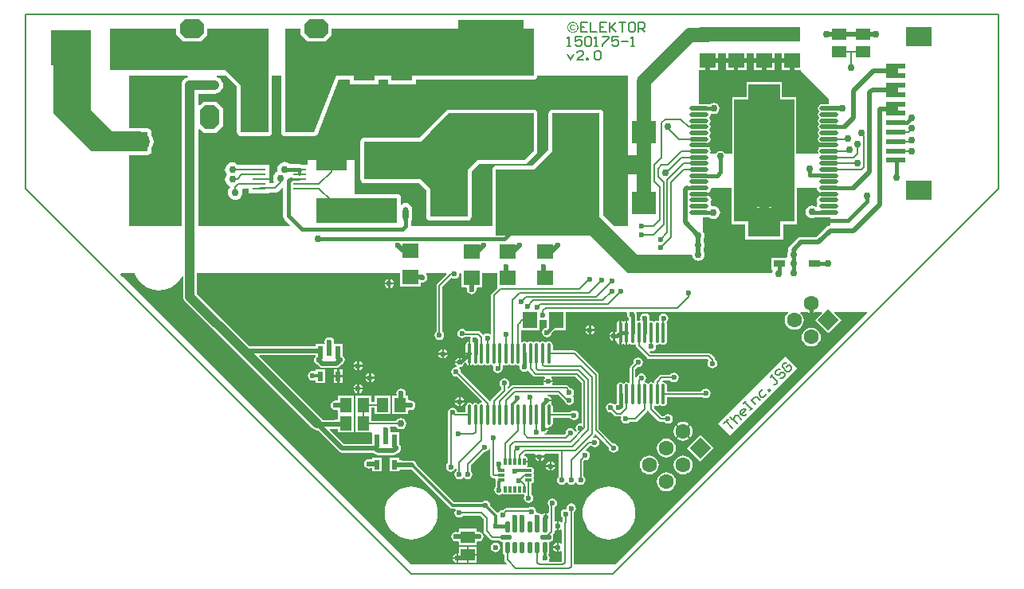
<source format=gtl>
%FSLAX44Y44*%
%MOMM*%
G71*
G01*
G75*
G04 Layer_Physical_Order=1*
G04 Layer_Color=255*
%ADD10R,1.3000X1.5000*%
%ADD11O,0.6000X1.5000*%
%ADD12R,2.8000X2.1000*%
%ADD13R,2.0000X0.6100*%
G04:AMPARAMS|DCode=14|XSize=1.145mm|YSize=0.55mm|CornerRadius=0.1375mm|HoleSize=0mm|Usage=FLASHONLY|Rotation=270.000|XOffset=0mm|YOffset=0mm|HoleType=Round|Shape=RoundedRectangle|*
%AMROUNDEDRECTD14*
21,1,1.1450,0.2750,0,0,270.0*
21,1,0.8700,0.5500,0,0,270.0*
1,1,0.2750,-0.1375,-0.4350*
1,1,0.2750,-0.1375,0.4350*
1,1,0.2750,0.1375,0.4350*
1,1,0.2750,0.1375,-0.4350*
%
%ADD14ROUNDEDRECTD14*%
G04:AMPARAMS|DCode=15|XSize=1.145mm|YSize=0.55mm|CornerRadius=0.1375mm|HoleSize=0mm|Usage=FLASHONLY|Rotation=0.000|XOffset=0mm|YOffset=0mm|HoleType=Round|Shape=RoundedRectangle|*
%AMROUNDEDRECTD15*
21,1,1.1450,0.2750,0,0,0.0*
21,1,0.8700,0.5500,0,0,0.0*
1,1,0.2750,0.4350,-0.1375*
1,1,0.2750,-0.4350,-0.1375*
1,1,0.2750,-0.4350,0.1375*
1,1,0.2750,0.4350,0.1375*
%
%ADD15ROUNDEDRECTD15*%
G04:AMPARAMS|DCode=16|XSize=0.3mm|YSize=0.75mm|CornerRadius=0.075mm|HoleSize=0mm|Usage=FLASHONLY|Rotation=90.000|XOffset=0mm|YOffset=0mm|HoleType=Round|Shape=RoundedRectangle|*
%AMROUNDEDRECTD16*
21,1,0.3000,0.6000,0,0,90.0*
21,1,0.1500,0.7500,0,0,90.0*
1,1,0.1500,0.3000,0.0750*
1,1,0.1500,0.3000,-0.0750*
1,1,0.1500,-0.3000,-0.0750*
1,1,0.1500,-0.3000,0.0750*
%
%ADD16ROUNDEDRECTD16*%
G04:AMPARAMS|DCode=17|XSize=0.3mm|YSize=0.75mm|CornerRadius=0.075mm|HoleSize=0mm|Usage=FLASHONLY|Rotation=0.000|XOffset=0mm|YOffset=0mm|HoleType=Round|Shape=RoundedRectangle|*
%AMROUNDEDRECTD17*
21,1,0.3000,0.6000,0,0,0.0*
21,1,0.1500,0.7500,0,0,0.0*
1,1,0.1500,0.0750,-0.3000*
1,1,0.1500,-0.0750,-0.3000*
1,1,0.1500,-0.0750,0.3000*
1,1,0.1500,0.0750,0.3000*
%
%ADD17ROUNDEDRECTD17*%
%ADD18R,0.6000X1.0500*%
%ADD19R,1.4000X0.2800*%
%ADD20O,0.4000X2.1500*%
%ADD21O,0.4000X2.1500*%
%ADD22R,3.2000X1.8000*%
%ADD23R,1.8000X1.6000*%
%ADD24R,1.5000X1.3000*%
%ADD25R,7.0000X4.0000*%
%ADD26R,2.8000X3.8000*%
%ADD27R,1.2000X0.7000*%
%ADD28R,2.6000X2.4000*%
%ADD29R,2.2000X2.0000*%
%ADD30R,1.6000X1.8000*%
%ADD31R,4.2400X3.8100*%
%ADD32R,4.2400X3.0000*%
%ADD33O,2.0000X0.4600*%
%ADD34R,6.4000X10.0000*%
%ADD35R,3.4000X3.1000*%
%ADD36R,1.5000X1.5000*%
%ADD37C,0.4000*%
%ADD38C,0.2000*%
%ADD39C,0.5080*%
%ADD40C,0.3000*%
%ADD41C,0.5000*%
%ADD42C,0.3810*%
%ADD43C,1.0000*%
%ADD44C,0.2794*%
%ADD45C,0.3556*%
%ADD46C,2.0000*%
%ADD47C,0.4572*%
%ADD48C,1.5000*%
%ADD49C,0.1778*%
%ADD50P,2.2627X4X270.0*%
%ADD51C,1.6000*%
%ADD52C,1.0000*%
G04:AMPARAMS|DCode=53|XSize=2.5mm|YSize=2mm|CornerRadius=0mm|HoleSize=0mm|Usage=FLASHONLY|Rotation=0.000|XOffset=0mm|YOffset=0mm|HoleType=Round|Shape=Octagon|*
%AMOCTAGOND53*
4,1,8,1.2500,-0.5000,1.2500,0.5000,0.7500,1.0000,-0.7500,1.0000,-1.2500,0.5000,-1.2500,-0.5000,-0.7500,-1.0000,0.7500,-1.0000,1.2500,-0.5000,0.0*
%
%ADD53OCTAGOND53*%

G04:AMPARAMS|DCode=54|XSize=2.5mm|YSize=2mm|CornerRadius=0mm|HoleSize=0mm|Usage=FLASHONLY|Rotation=270.000|XOffset=0mm|YOffset=0mm|HoleType=Round|Shape=Octagon|*
%AMOCTAGOND54*
4,1,8,-0.5000,-1.2500,0.5000,-1.2500,1.0000,-0.7500,1.0000,0.7500,0.5000,1.2500,-0.5000,1.2500,-1.0000,0.7500,-1.0000,-0.7500,-0.5000,-1.2500,0.0*
%
%ADD54OCTAGOND54*%

%ADD55C,2.0000*%
%ADD56R,2.0000X2.0000*%
%ADD57C,0.6000*%
%ADD58C,0.7500*%
G36*
X362617Y638754D02*
X360461Y637862D01*
X358581Y636419D01*
X357139Y634539D01*
X356232Y632350D01*
X355922Y630000D01*
Y480000D01*
X300000D01*
Y555922D01*
X311678D01*
X312000Y555879D01*
X312322Y555922D01*
X320000D01*
X321561Y556232D01*
X322884Y557116D01*
X323768Y558439D01*
X324078Y560000D01*
Y562743D01*
X324229Y562940D01*
X325640Y566345D01*
X326121Y570000D01*
X325640Y573655D01*
X324229Y577060D01*
X324078Y577257D01*
Y580000D01*
X323768Y581561D01*
X322884Y582884D01*
X321561Y583768D01*
X320000Y584078D01*
X314961D01*
X311600Y584521D01*
X300000D01*
Y640000D01*
X362369D01*
X362617Y638754D01*
D02*
G37*
G36*
X260000Y600000D02*
X280000Y580000D01*
X320000D01*
Y560000D01*
X260000D01*
X220000Y600000D01*
Y611000D01*
Y680000D01*
X260000D01*
Y600000D01*
D02*
G37*
G36*
X830000Y480000D02*
X815768D01*
X804078Y491689D01*
Y600000D01*
X803768Y601561D01*
X802884Y602884D01*
X801561Y603768D01*
X800000Y604078D01*
X750000D01*
X748439Y603768D01*
X747116Y602884D01*
X746232Y601561D01*
X745922Y600000D01*
Y561689D01*
X728311Y544078D01*
X690000D01*
X688439Y543768D01*
X687116Y542884D01*
X686232Y541561D01*
X685922Y540000D01*
Y490000D01*
Y480000D01*
X600209D01*
X600168Y480050D01*
Y485012D01*
X600870Y486708D01*
X601110Y488535D01*
Y497535D01*
X600870Y499362D01*
X600164Y501065D01*
X599042Y502527D01*
X597580Y503649D01*
X595877Y504355D01*
X594050Y504595D01*
X592223Y504355D01*
X590520Y503649D01*
X590217Y503417D01*
X589078Y503979D01*
Y510000D01*
X588768Y511561D01*
X587884Y512884D01*
X586561Y513768D01*
X585000Y514078D01*
X540000D01*
Y550000D01*
X490000D01*
Y545400D01*
X484118D01*
X483741Y545652D01*
X481400Y546118D01*
X470910D01*
X469408Y547270D01*
X467523Y548050D01*
X465500Y548317D01*
X463477Y548050D01*
X461592Y547270D01*
X459973Y546027D01*
X458730Y544408D01*
X457949Y542523D01*
X457683Y540500D01*
X457949Y538477D01*
X457774Y538052D01*
X457091Y537770D01*
X455473Y536527D01*
X454230Y534908D01*
X453450Y533023D01*
X453183Y531000D01*
X453450Y528977D01*
X454230Y527092D01*
X454296Y527006D01*
X452888Y525598D01*
X449600D01*
Y529600D01*
Y534600D01*
Y545400D01*
X427600D01*
Y545098D01*
X415857D01*
X415527Y545527D01*
X413908Y546770D01*
X412023Y547551D01*
X410000Y547817D01*
X407977Y547551D01*
X406091Y546770D01*
X404473Y545527D01*
X403230Y543908D01*
X402449Y542023D01*
X402183Y540000D01*
X402449Y537977D01*
X403230Y536092D01*
X404068Y535000D01*
X403230Y533909D01*
X402449Y532023D01*
X402183Y530000D01*
X402449Y527977D01*
X403230Y526092D01*
X404473Y524473D01*
X406091Y523230D01*
X406200Y523185D01*
X407473Y521527D01*
X406230Y519908D01*
X405449Y518023D01*
X405183Y516000D01*
X405449Y513977D01*
X406230Y512092D01*
X407473Y510473D01*
X409092Y509230D01*
X410977Y508450D01*
X413000Y508183D01*
X415023Y508450D01*
X416908Y509230D01*
X418527Y510473D01*
X419770Y512092D01*
X420550Y513977D01*
X420817Y516000D01*
X420550Y518023D01*
X420210Y518846D01*
X420915Y519902D01*
X427600D01*
Y519600D01*
Y514600D01*
X449600D01*
Y515402D01*
X455000D01*
X456951Y515790D01*
X458605Y516895D01*
X462709Y520999D01*
X463882Y520513D01*
Y491000D01*
X464348Y488659D01*
X465674Y486674D01*
X471175Y481173D01*
X470689Y480000D01*
X374078D01*
Y582763D01*
X375251Y583249D01*
X379000Y579500D01*
X393000D01*
X400000Y586500D01*
Y605500D01*
X393000Y612500D01*
X379000D01*
X375251Y608751D01*
X374078Y609237D01*
Y620922D01*
X391000D01*
X393349Y621232D01*
X395539Y622139D01*
X397419Y623581D01*
X398862Y625461D01*
X399768Y627650D01*
X400078Y630000D01*
X399768Y632350D01*
X398862Y634539D01*
X397419Y636419D01*
X395539Y637862D01*
X393383Y638754D01*
X393631Y640000D01*
X403232D01*
X414922Y628311D01*
Y580000D01*
X415232Y578439D01*
X416116Y577116D01*
X417439Y576232D01*
X419000Y575922D01*
X448000D01*
X449561Y576232D01*
X450884Y577116D01*
X451768Y578439D01*
X452078Y580000D01*
Y640000D01*
X461922D01*
Y580000D01*
X462232Y578439D01*
X463116Y577116D01*
X464439Y576232D01*
X466000Y575922D01*
X497000D01*
X497054Y575932D01*
X497109Y575923D01*
X497833Y576087D01*
X498561Y576232D01*
X498607Y576263D01*
X498661Y576275D01*
X499267Y576704D01*
X499884Y577116D01*
X499915Y577162D01*
X499960Y577194D01*
X500355Y577822D01*
X500768Y578439D01*
X500779Y578493D01*
X500808Y578540D01*
X522804Y635922D01*
X535000D01*
Y631000D01*
X565000D01*
Y635922D01*
X575000D01*
Y631000D01*
X605000D01*
Y635922D01*
X730000D01*
X731561Y636232D01*
X732884Y637116D01*
X733768Y638439D01*
X734078Y640000D01*
X830000D01*
Y480000D01*
D02*
G37*
G36*
X691000Y415000D02*
X691000Y415000D01*
X691000D01*
X691344Y414170D01*
X685587Y408413D01*
X684924Y407421D01*
X684691Y406250D01*
X684691Y406250D01*
Y365894D01*
X683571Y365295D01*
X682951Y365710D01*
X681000Y366098D01*
X679049Y365710D01*
X677395Y364605D01*
X676162Y364483D01*
X673233Y367413D01*
X672241Y368076D01*
X671070Y368309D01*
X671070Y368309D01*
X658471D01*
X657605Y369605D01*
X655951Y370710D01*
X654000Y371098D01*
X652049Y370710D01*
X650395Y369605D01*
X649290Y367951D01*
X648902Y366000D01*
X649290Y364049D01*
X650395Y362395D01*
X652049Y361290D01*
X654000Y360902D01*
X655951Y361290D01*
X657300Y362191D01*
X662474D01*
X663280Y361209D01*
X662922Y359410D01*
X663127Y358381D01*
X662750Y358004D01*
Y344750D01*
Y332121D01*
X663311Y332232D01*
X664634Y333116D01*
X665366D01*
X666689Y332232D01*
X668250Y331922D01*
X669811Y332232D01*
X671134Y333116D01*
X671866D01*
X673189Y332232D01*
X674750Y331922D01*
X676311Y332232D01*
X677634Y333116D01*
X678366D01*
X679689Y332232D01*
X681250Y331922D01*
X682811Y332232D01*
X684134Y333116D01*
X684866D01*
X686189Y332232D01*
X686737Y332123D01*
X687308Y330988D01*
X687290Y330951D01*
X687290Y330951D01*
X687290Y330951D01*
X686902Y329000D01*
X687290Y327049D01*
X688395Y325395D01*
X690049Y324290D01*
X692000Y323902D01*
X693951Y324290D01*
X695605Y325395D01*
X696710Y327049D01*
X697098Y329000D01*
X696927Y329857D01*
X697076Y330079D01*
X697309Y331250D01*
Y332141D01*
X698429Y332740D01*
X699189Y332232D01*
X700750Y331922D01*
X702311Y332232D01*
X703634Y333116D01*
X704366D01*
X705689Y332232D01*
X707250Y331922D01*
X708811Y332232D01*
X710134Y333116D01*
X710866D01*
X712189Y332232D01*
X713750Y331922D01*
X714279Y332027D01*
X715177Y331129D01*
X714992Y330200D01*
X715380Y328249D01*
X716485Y326595D01*
X718139Y325490D01*
X720090Y325102D01*
X722041Y325490D01*
X723330Y326352D01*
X724576Y326104D01*
X724587Y326087D01*
X729837Y320837D01*
X729837Y320837D01*
X730432Y320440D01*
X730829Y320174D01*
X732000Y319941D01*
X741758D01*
X742126Y318726D01*
X741885Y318565D01*
X740780Y316911D01*
X740591Y315960D01*
X750389D01*
X750200Y316911D01*
X749095Y318565D01*
X748854Y318726D01*
X749222Y319941D01*
X774733D01*
X780941Y313733D01*
Y271088D01*
X779959Y270282D01*
X779780Y270318D01*
X777829Y269930D01*
X776175Y268825D01*
X775070Y267171D01*
X774682Y265220D01*
X775070Y263269D01*
X775691Y262340D01*
X774934Y261320D01*
X773765Y261675D01*
X773710Y261951D01*
X772605Y263605D01*
X770951Y264710D01*
X769000Y265098D01*
X767049Y264710D01*
X765395Y263605D01*
X764290Y261951D01*
X763902Y260000D01*
X764030Y259356D01*
X762733Y258059D01*
X741845D01*
X741720Y259323D01*
X742361Y259450D01*
X744015Y260555D01*
X745120Y262209D01*
X745309Y263160D01*
X740410D01*
Y265160D01*
X745309D01*
X745232Y265547D01*
X746130Y266446D01*
X746250Y266422D01*
X747811Y266732D01*
X749134Y267616D01*
X750018Y268939D01*
X750328Y270500D01*
Y276191D01*
X768863D01*
X769395Y275395D01*
X771049Y274290D01*
X773000Y273902D01*
X774951Y274290D01*
X776605Y275395D01*
X777710Y277049D01*
X778098Y279000D01*
X777710Y280951D01*
X776605Y282605D01*
X774951Y283710D01*
X773000Y284098D01*
X771049Y283710D01*
X769395Y282605D01*
X769197Y282309D01*
X750328D01*
Y288000D01*
X750018Y289561D01*
X749134Y290884D01*
X748906Y291036D01*
X748658Y292282D01*
X748930Y292689D01*
X749119Y293640D01*
X744220D01*
Y295640D01*
X749119D01*
X748930Y296591D01*
X747825Y298245D01*
X746171Y299350D01*
X744525Y299677D01*
X744649Y300941D01*
X755733D01*
X763207Y293467D01*
X763290Y293049D01*
X764395Y291395D01*
X766049Y290290D01*
X768000Y289902D01*
X769951Y290290D01*
X771605Y291395D01*
X772710Y293049D01*
X773098Y295000D01*
X772710Y296951D01*
X771605Y298605D01*
Y299395D01*
X772710Y301049D01*
X773098Y303000D01*
X772710Y304951D01*
X771605Y306605D01*
X769951Y307710D01*
X769533Y307793D01*
X767163Y310163D01*
X766171Y310826D01*
X765000Y311059D01*
X765000Y311059D01*
X750244D01*
X749645Y312179D01*
X750200Y313009D01*
X750389Y313960D01*
X740591D01*
X740780Y313009D01*
X741335Y312179D01*
X740736Y311059D01*
X708050D01*
X706880Y310826D01*
X705887Y310163D01*
X703232Y307508D01*
X702346Y307875D01*
X702221Y309139D01*
X702605Y309395D01*
X703710Y311049D01*
X704098Y313000D01*
X703710Y314951D01*
X702605Y316605D01*
X700951Y317710D01*
X699000Y318098D01*
X697049Y317710D01*
X695395Y316605D01*
X694290Y314951D01*
X693902Y313000D01*
X694290Y311049D01*
X695395Y309395D01*
X695941Y309030D01*
Y306567D01*
X685587Y296213D01*
X684924Y295221D01*
X684691Y294050D01*
D01*
D01*
D01*
D01*
D01*
D01*
X684691Y294050D01*
D01*
X684691Y294050D01*
D01*
X684691D01*
D01*
D01*
D01*
D01*
D01*
Y294050D01*
X684575Y293972D01*
X683476Y293639D01*
X683413Y293733D01*
X652670Y324476D01*
X652798Y325120D01*
X652410Y327071D01*
X651305Y328725D01*
X650819Y329049D01*
X651305Y330223D01*
X651510Y330182D01*
X653461Y330570D01*
X655115Y331675D01*
X656220Y333329D01*
X656576Y335121D01*
X657846D01*
X657982Y334439D01*
X658866Y333116D01*
X660189Y332232D01*
X660750Y332121D01*
Y343750D01*
X657672D01*
Y336411D01*
X656408Y336287D01*
X656220Y337231D01*
X655115Y338885D01*
X653461Y339990D01*
X652510Y340179D01*
Y335280D01*
X651510D01*
Y334280D01*
X646611D01*
X646800Y333329D01*
X647905Y331675D01*
X648391Y331351D01*
X647905Y330177D01*
X647700Y330218D01*
X645749Y329830D01*
X644095Y328725D01*
X642990Y327071D01*
X642602Y325120D01*
X642990Y323169D01*
X644095Y321515D01*
X645749Y320410D01*
X647700Y320022D01*
X648344Y320150D01*
X675026Y293468D01*
X674750Y292078D01*
X673189Y291768D01*
X671866Y290884D01*
X671134D01*
X669811Y291768D01*
X668250Y292078D01*
X666689Y291768D01*
X665366Y290884D01*
X664634D01*
X663311Y291768D01*
X661750Y292078D01*
X660189Y291768D01*
X658866Y290884D01*
X657982Y289561D01*
X657672Y288000D01*
Y282309D01*
X648915D01*
X648600Y283891D01*
X647495Y285545D01*
X645841Y286650D01*
X643890Y287038D01*
X641939Y286650D01*
X640285Y285545D01*
X639180Y283891D01*
X638792Y281940D01*
X639055Y280620D01*
X638941Y280050D01*
X638941Y280050D01*
Y227970D01*
X638395Y227605D01*
X637290Y225951D01*
X636902Y224000D01*
X637290Y222049D01*
X638395Y220395D01*
X640049Y219290D01*
X642000Y218902D01*
X643951Y219290D01*
X645605Y220395D01*
X646710Y222049D01*
X647941Y221804D01*
Y219970D01*
X647395Y219605D01*
X646290Y217951D01*
X645902Y216000D01*
X646290Y214049D01*
X647395Y212395D01*
X649049Y211290D01*
X651000Y210902D01*
X652951Y211290D01*
X654605Y212395D01*
X654865Y212785D01*
X656135D01*
X656395Y212395D01*
X658049Y211290D01*
X660000Y210902D01*
X661951Y211290D01*
X663605Y212395D01*
X664710Y214049D01*
X665098Y216000D01*
X664710Y217951D01*
X663605Y219605D01*
X663059Y219970D01*
Y225733D01*
X677356Y240030D01*
X678000Y239902D01*
X679951Y240290D01*
X681605Y241395D01*
X682710Y243049D01*
X683941Y242804D01*
Y216000D01*
X683941Y216000D01*
X684174Y214830D01*
X684837Y213837D01*
X685837Y212837D01*
X686830Y212174D01*
X688000Y211941D01*
X688000Y211941D01*
X688682D01*
X689488Y210959D01*
X689446Y210750D01*
Y209250D01*
X689660Y208177D01*
X689851Y207890D01*
Y203019D01*
X689815Y202995D01*
X688710Y201341D01*
X688322Y199390D01*
X688710Y197439D01*
X689815Y195785D01*
X691469Y194680D01*
X693420Y194292D01*
X695371Y194680D01*
X696483Y195423D01*
X697267Y195267D01*
X697267Y195267D01*
Y195267D01*
X698177Y194660D01*
X699250Y194446D01*
X700750D01*
X701823Y194660D01*
X702500Y195112D01*
X703177Y194660D01*
X704250Y194446D01*
X705750D01*
X706823Y194660D01*
X707500Y195112D01*
X708177Y194660D01*
X709250Y194446D01*
X710750D01*
X711823Y194660D01*
X712500Y195112D01*
X713177Y194660D01*
X714250Y194446D01*
X715750D01*
X716823Y194660D01*
X717500Y195112D01*
X718177Y194660D01*
X719250Y194446D01*
X719859D01*
X720458Y193326D01*
X720040Y192701D01*
X719652Y190750D01*
X720040Y188799D01*
X721145Y187145D01*
X722799Y186040D01*
X724750Y185652D01*
X726701Y186040D01*
X728355Y187145D01*
X729460Y188799D01*
X729848Y190750D01*
X729460Y192701D01*
X728355Y194355D01*
X727809Y194720D01*
Y206458D01*
X728823Y206660D01*
X729733Y207267D01*
X730340Y208177D01*
X730554Y209250D01*
Y210750D01*
X730340Y211823D01*
X729888Y212500D01*
X730340Y213177D01*
X730554Y214250D01*
Y215750D01*
X730340Y216823D01*
X729888Y217500D01*
X730340Y218177D01*
X730554Y219250D01*
Y220750D01*
X730340Y221823D01*
X729733Y222733D01*
X728823Y223340D01*
X727750Y223554D01*
X724824D01*
X724750Y223569D01*
X723534D01*
X722733Y224767D01*
X723341Y225677D01*
X723554Y226750D01*
Y228750D01*
X720000D01*
Y230750D01*
X723554D01*
Y232750D01*
X723341Y233823D01*
X722733Y234733D01*
X721823Y235340D01*
X720750Y235554D01*
X720329D01*
X719843Y236727D01*
X721057Y237941D01*
X731334D01*
X731890Y236901D01*
X731701Y235950D01*
X741499D01*
X741310Y236901D01*
X741866Y237941D01*
X756941D01*
Y213970D01*
X756395Y213605D01*
X755290Y211951D01*
X754902Y210000D01*
X755290Y208049D01*
X756395Y206395D01*
X758049Y205290D01*
X760000Y204902D01*
X761951Y205290D01*
X763605Y206395D01*
X764365Y207533D01*
X765635D01*
X766395Y206395D01*
X768049Y205290D01*
X770000Y204902D01*
X771951Y205290D01*
X773605Y206395D01*
X774365Y207533D01*
X775635D01*
X776395Y206395D01*
X778049Y205290D01*
X780000Y204902D01*
X781951Y205290D01*
X783605Y206395D01*
X784710Y208049D01*
X785098Y210000D01*
X784710Y211951D01*
X783605Y213605D01*
X783059Y213970D01*
Y230093D01*
X784216Y231250D01*
X784860Y231122D01*
X786811Y231510D01*
X788465Y232615D01*
X789570Y234269D01*
X789958Y236220D01*
X789570Y238171D01*
X788465Y239825D01*
X786811Y240930D01*
X786001Y241091D01*
X785632Y242306D01*
X790017Y246691D01*
X791281Y246567D01*
X791395Y246395D01*
X793049Y245290D01*
X795000Y244902D01*
X796951Y245290D01*
X798605Y246395D01*
X799710Y248049D01*
X800098Y250000D01*
X799710Y251951D01*
X798605Y253605D01*
X796951Y254710D01*
X795000Y255098D01*
X793930Y254885D01*
X793331Y256005D01*
X794163Y256837D01*
X794826Y257829D01*
X794898Y258192D01*
X796113Y258561D01*
X810030Y244644D01*
X809902Y244000D01*
X810290Y242049D01*
X811395Y240395D01*
X813049Y239290D01*
X815000Y238902D01*
X816951Y239290D01*
X818605Y240395D01*
X819710Y242049D01*
X820098Y244000D01*
X819710Y245951D01*
X818605Y247605D01*
X816951Y248710D01*
X815000Y249098D01*
X814356Y248970D01*
X799059Y264267D01*
Y322000D01*
X798826Y323171D01*
X798163Y324163D01*
X798163Y324163D01*
X775413Y346913D01*
X774420Y347576D01*
X773250Y347809D01*
X773250Y347809D01*
X750328D01*
Y353500D01*
X750018Y355061D01*
X749134Y356384D01*
X747811Y357268D01*
X746250Y357578D01*
X744689Y357268D01*
X743366Y356384D01*
X742634D01*
X741311Y357268D01*
X739750Y357578D01*
X738189Y357268D01*
X736866Y356384D01*
X736134D01*
X734811Y357268D01*
X733250Y357578D01*
X731689Y357268D01*
X730366Y356384D01*
X729634D01*
X728311Y357268D01*
X726750Y357578D01*
X725189Y357268D01*
X723866Y356384D01*
X723134D01*
X721811Y357268D01*
X720250Y357578D01*
X718689Y357268D01*
X717929Y356760D01*
X716809Y357358D01*
Y369000D01*
X736000D01*
Y380312D01*
X737120Y380911D01*
X738049Y380290D01*
X740000Y379902D01*
X741951Y380290D01*
X742880Y380911D01*
X744000Y380312D01*
Y372441D01*
X743555Y371996D01*
X742269Y371740D01*
X740615Y370635D01*
X739510Y368981D01*
X739122Y367030D01*
X739510Y365079D01*
X740615Y363425D01*
X742269Y362320D01*
X744220Y361932D01*
X746171Y362320D01*
X747825Y363425D01*
X748930Y365079D01*
X749186Y366365D01*
X751821Y369000D01*
X764000D01*
Y389000D01*
X828872D01*
X829678Y388018D01*
X829292Y386080D01*
X829680Y384129D01*
X830785Y382475D01*
X831172Y382217D01*
Y380098D01*
X830190Y379292D01*
X829750Y379380D01*
Y366750D01*
Y354120D01*
X830311Y354232D01*
X831634Y355116D01*
X832366D01*
X833689Y354232D01*
X835250Y353922D01*
X836811Y354232D01*
X837571Y354740D01*
X838691Y354142D01*
Y353250D01*
X838691Y353250D01*
X838924Y352079D01*
X839587Y351087D01*
X850837Y339837D01*
X850837Y339837D01*
X851830Y339174D01*
X853000Y338941D01*
X853000Y338941D01*
X914733D01*
X916265Y337410D01*
X915290Y335951D01*
X914902Y334000D01*
X915290Y332049D01*
X916395Y330395D01*
X918049Y329290D01*
X920000Y328902D01*
X921951Y329290D01*
X923605Y330395D01*
X924710Y332049D01*
X925098Y334000D01*
X924710Y335951D01*
X923605Y337605D01*
X923059Y337970D01*
Y338000D01*
X922826Y339171D01*
X922560Y339568D01*
X922163Y340163D01*
X922163Y340163D01*
X918163Y344163D01*
X917170Y344826D01*
X916000Y345059D01*
X916000Y345059D01*
X854267D01*
X853331Y345995D01*
X853930Y347115D01*
X855000Y346902D01*
X856951Y347290D01*
X858605Y348395D01*
X859710Y350049D01*
X860098Y352000D01*
X859875Y353118D01*
X860773Y354016D01*
X861250Y353922D01*
X862811Y354232D01*
X864134Y355116D01*
X864866D01*
X866189Y354232D01*
X867750Y353922D01*
X869311Y354232D01*
X870634Y355116D01*
X871518Y356439D01*
X871828Y358000D01*
Y375500D01*
X871518Y377061D01*
X870928Y377943D01*
X871605Y378395D01*
X872710Y380049D01*
X873098Y382000D01*
X872710Y383951D01*
X871605Y385605D01*
X869951Y386710D01*
X868000Y387098D01*
X866049Y386710D01*
X864395Y385605D01*
X863290Y383951D01*
X862902Y382000D01*
X863249Y380257D01*
X862537Y379546D01*
X862279Y379374D01*
X861250Y379578D01*
X859689Y379268D01*
X858366Y378384D01*
X857634D01*
X856311Y379268D01*
X854750Y379578D01*
X854310Y379491D01*
X853070Y380319D01*
X853458Y382270D01*
X853070Y384221D01*
X851965Y385875D01*
X850311Y386980D01*
X848360Y387368D01*
X846409Y386980D01*
X844755Y385875D01*
X843650Y384221D01*
X843262Y382270D01*
X843650Y380319D01*
X842360Y379457D01*
X841750Y379578D01*
X840310Y379292D01*
X839328Y380098D01*
Y385220D01*
X839328Y385220D01*
X839323Y385249D01*
X839488Y386080D01*
X839102Y388018D01*
X839908Y389000D01*
X1000366D01*
X1000775Y387797D01*
X999907Y387132D01*
X998305Y385043D01*
X997297Y382611D01*
X996953Y380000D01*
X997297Y377389D01*
X998305Y374957D01*
X999907Y372868D01*
X1001996Y371265D01*
X1004429Y370257D01*
X1007039Y369914D01*
X1009650Y370257D01*
X1012083Y371265D01*
X1014172Y372868D01*
X1015774Y374957D01*
X1016782Y377389D01*
X1017126Y380000D01*
X1016782Y382611D01*
X1015774Y385043D01*
X1014172Y387132D01*
X1013305Y387797D01*
X1013713Y389000D01*
X1020501D01*
X1022390Y388218D01*
X1025000Y387874D01*
X1027610Y388218D01*
X1029499Y389000D01*
X1036159D01*
X1036645Y387827D01*
X1028818Y380000D01*
X1042961Y365858D01*
X1057103Y380000D01*
X1049276Y387827D01*
X1049762Y389000D01*
X1084341D01*
X1084827Y387827D01*
X817000Y120000D01*
X773059D01*
Y176030D01*
X773605Y176395D01*
X774710Y178049D01*
X775098Y180000D01*
X774710Y181951D01*
X773605Y183605D01*
X771951Y184710D01*
X770000Y185098D01*
X768049Y184710D01*
X766395Y183605D01*
X765290Y181951D01*
X764902Y180000D01*
X764903Y179995D01*
X764005Y179097D01*
X764000Y179098D01*
X762049Y178710D01*
X760395Y177605D01*
X759290Y175951D01*
X758902Y174000D01*
X759290Y172049D01*
X760395Y170395D01*
X760941Y170030D01*
Y166267D01*
X760837Y166163D01*
X760262Y165302D01*
X759016Y165054D01*
X757601Y166000D01*
X756650Y166189D01*
Y161290D01*
Y156391D01*
X757601Y156580D01*
X758821Y157395D01*
X759941Y156797D01*
Y142923D01*
X758821Y142325D01*
X757601Y143140D01*
X756650Y143329D01*
Y138430D01*
Y133531D01*
X757601Y133720D01*
X758821Y134535D01*
X759941Y133937D01*
Y123267D01*
X759733Y123059D01*
X746727D01*
X746128Y124179D01*
X746710Y125049D01*
X747098Y127000D01*
X746710Y128951D01*
X745605Y130605D01*
Y130605D01*
X745605D01*
X745808Y131242D01*
X745808Y131242D01*
X745808D01*
X746554Y132358D01*
X746816Y133675D01*
Y142375D01*
X746554Y143692D01*
Y143692D01*
X746554D01*
X747325Y144184D01*
X748642Y144446D01*
X749758Y145192D01*
X750504Y146308D01*
X750766Y147625D01*
Y150375D01*
X750504Y151692D01*
X750299Y151999D01*
X751463Y153162D01*
X751463Y153162D01*
X752126Y154155D01*
X752359Y155325D01*
X752359Y155325D01*
Y156129D01*
X753479Y156727D01*
X753699Y156580D01*
X754650Y156391D01*
Y161290D01*
Y166189D01*
X753699Y166000D01*
X753479Y165853D01*
X752359Y166451D01*
Y180983D01*
X753605Y181815D01*
X754710Y183469D01*
X755098Y185420D01*
X754710Y187371D01*
X753605Y189025D01*
X751951Y190130D01*
X750000Y190518D01*
X748049Y190130D01*
X746395Y189025D01*
X745290Y187371D01*
X744902Y185420D01*
X745290Y183469D01*
X746241Y182046D01*
Y175341D01*
X745121Y174743D01*
X744901Y174890D01*
X743950Y175079D01*
Y170180D01*
X741950D01*
Y175079D01*
X740999Y174890D01*
X739345Y173785D01*
X739140Y173478D01*
X737870D01*
X737665Y173785D01*
X736011Y174890D01*
X734060Y175278D01*
X733618Y175190D01*
X732720Y176088D01*
X732808Y176530D01*
X732420Y178481D01*
X731315Y180135D01*
X729661Y181240D01*
X727710Y181628D01*
X725759Y181240D01*
X724105Y180135D01*
X724054Y180059D01*
X701000D01*
X699829Y179826D01*
X699432Y179560D01*
X698837Y179163D01*
X698837Y179163D01*
X697644Y177970D01*
X697000Y178098D01*
X695049Y177710D01*
X693395Y176605D01*
X692768Y175667D01*
X691505Y175542D01*
X684089Y182957D01*
X684098Y183000D01*
X683710Y184951D01*
X682605Y186605D01*
X680951Y187710D01*
X679000Y188098D01*
X677049Y187710D01*
X675395Y186605D01*
X675371Y186569D01*
X645478D01*
X605525Y226521D01*
X605277Y227771D01*
X604273Y229273D01*
X602771Y230277D01*
X601000Y230629D01*
X591442D01*
X591231Y230770D01*
X589280Y231158D01*
X588482Y230999D01*
X587500Y231805D01*
Y233750D01*
X577500D01*
Y219250D01*
X587500D01*
Y220315D01*
X588482Y221121D01*
X589280Y220962D01*
X591231Y221350D01*
X591262Y221371D01*
X600582D01*
X641477Y180477D01*
X642634Y179703D01*
X644000Y179431D01*
X646600D01*
X647199Y178311D01*
X646290Y176951D01*
X645902Y175000D01*
X646290Y173049D01*
X647395Y171395D01*
X649049Y170290D01*
X651000Y169902D01*
X652951Y170290D01*
X654605Y171395D01*
X654970Y171941D01*
X673363D01*
X676941Y168363D01*
Y155660D01*
X676941Y155660D01*
X677174Y154489D01*
X677837Y153497D01*
X684497Y146837D01*
X685490Y146174D01*
X686660Y145941D01*
X686660Y145941D01*
X693741D01*
X694242Y145192D01*
X695358Y144446D01*
X696675Y144184D01*
X697446Y143692D01*
X697446D01*
Y143692D01*
X697184Y142375D01*
Y133675D01*
X697446Y132358D01*
X698192Y131242D01*
X698941Y130741D01*
Y125000D01*
X698941Y125000D01*
X699174Y123829D01*
X699837Y122837D01*
X701501Y121173D01*
X701015Y120000D01*
X600000D01*
X291173Y428827D01*
X291659Y430000D01*
X305835D01*
X306975Y427249D01*
X309277Y423491D01*
X312140Y420140D01*
X315491Y417277D01*
X319249Y414975D01*
X323321Y413288D01*
X327606Y412259D01*
X332000Y411913D01*
X336394Y412259D01*
X340679Y413288D01*
X344751Y414975D01*
X348509Y417277D01*
X351860Y420140D01*
X354723Y423491D01*
X356717Y426746D01*
X357940Y426401D01*
Y405000D01*
X358180Y403173D01*
X358885Y401470D01*
X360008Y400008D01*
X417998Y342017D01*
X495008Y265008D01*
X495008Y265007D01*
X496470Y263885D01*
X498173Y263180D01*
X500000Y262940D01*
X500505Y263006D01*
X522916Y240596D01*
X524404Y239601D01*
X526160Y239252D01*
X559207D01*
X559389Y239130D01*
X559604Y239087D01*
X560936Y237756D01*
X562424Y236761D01*
X564180Y236412D01*
X581360D01*
X583116Y236761D01*
X584604Y237756D01*
X585936Y239087D01*
X586151Y239130D01*
X587805Y240235D01*
X588910Y241889D01*
X589298Y243840D01*
X588910Y245791D01*
X587805Y247445D01*
X587500Y247649D01*
Y260750D01*
X578651D01*
X577846Y261732D01*
X578098Y263000D01*
X577710Y264951D01*
X577128Y265821D01*
X577727Y266941D01*
X584128D01*
X584855Y265854D01*
X586757Y264584D01*
X589000Y264137D01*
X591244Y264584D01*
X593145Y265854D01*
X594416Y267757D01*
X594863Y270000D01*
X594416Y272243D01*
X593145Y274146D01*
X591244Y275416D01*
X589000Y275863D01*
X586757Y275416D01*
X584855Y274146D01*
X584128Y273059D01*
X558000D01*
Y279500D01*
X558000D01*
Y280500D01*
X558000Y280500D01*
Y280500D01*
Y286941D01*
X561000D01*
Y280500D01*
X578000D01*
Y299500D01*
X561000D01*
Y293059D01*
X558000D01*
Y299500D01*
X541000D01*
Y280500D01*
X541000D01*
Y279500D01*
X541000D01*
Y260500D01*
X558000D01*
D01*
X558000D01*
X558500Y260000D01*
Y248428D01*
X528060D01*
X513250Y263239D01*
X513736Y264412D01*
X518074D01*
X519430Y264142D01*
X520786Y264412D01*
X522000D01*
Y260500D01*
X539000D01*
Y279500D01*
X539000D01*
Y280500D01*
X539000Y280500D01*
Y280500D01*
Y299500D01*
X522000D01*
Y295196D01*
X521928Y295088D01*
X521018Y294342D01*
X519430Y294658D01*
X517479Y294270D01*
X515825Y293165D01*
X514720Y291511D01*
X514332Y289560D01*
X514720Y287609D01*
X515825Y285955D01*
X517479Y284850D01*
X519430Y284462D01*
X521018Y284778D01*
X521928Y284032D01*
X522000Y283923D01*
Y280500D01*
X522000D01*
Y279500D01*
X522000D01*
Y274876D01*
X521928Y274769D01*
X521018Y274022D01*
X519430Y274338D01*
X517479Y273950D01*
X516938Y273588D01*
X506070D01*
X504992Y274993D01*
X438246Y341739D01*
X438732Y342912D01*
X498083D01*
X498452Y341697D01*
X498045Y341425D01*
X496940Y339771D01*
X496552Y337820D01*
X496940Y335869D01*
X498045Y334215D01*
X499699Y333110D01*
X499914Y333067D01*
X502226Y330756D01*
X503714Y329761D01*
X505470Y329412D01*
X520690D01*
X522446Y329761D01*
X523934Y330756D01*
X526246Y333067D01*
X526461Y333110D01*
X528115Y334215D01*
X529220Y335869D01*
X529608Y337820D01*
X529220Y339771D01*
X528115Y341425D01*
X527500Y341836D01*
Y354750D01*
X518757D01*
X517952Y355732D01*
X518178Y356870D01*
X517790Y358821D01*
X516685Y360475D01*
X515031Y361580D01*
X513080Y361968D01*
X511129Y361580D01*
X509475Y360475D01*
X508370Y358821D01*
X507982Y356870D01*
X508209Y355732D01*
X507403Y354750D01*
X498500D01*
Y352088D01*
X427897D01*
X372060Y407924D01*
Y430000D01*
X588000D01*
Y416000D01*
X610000D01*
Y419777D01*
X610982Y420582D01*
X612140Y420352D01*
X614091Y420740D01*
X615745Y421845D01*
X616850Y423499D01*
X617238Y425450D01*
X616850Y427401D01*
X615862Y428880D01*
X616460Y430000D01*
X637015D01*
X637501Y428827D01*
X627837Y419163D01*
X627174Y418171D01*
X626941Y417000D01*
X626941Y417000D01*
Y367970D01*
X626395Y367605D01*
X625290Y365951D01*
X624902Y364000D01*
X625290Y362049D01*
X626395Y360395D01*
X628049Y359290D01*
X630000Y358902D01*
X631951Y359290D01*
X633605Y360395D01*
X634710Y362049D01*
X635098Y364000D01*
X634710Y365951D01*
X633605Y367605D01*
X633059Y367970D01*
Y415733D01*
X642590Y425265D01*
X644049Y424290D01*
X646000Y423902D01*
X647951Y424290D01*
X649605Y425395D01*
X650710Y427049D01*
X651098Y429000D01*
X651094Y429018D01*
X651804Y429883D01*
X653000Y429455D01*
Y415000D01*
X658559D01*
X659364Y414018D01*
X659112Y412750D01*
X659500Y410799D01*
X660605Y409145D01*
X662259Y408040D01*
X664210Y407652D01*
X666161Y408040D01*
X667815Y409145D01*
X668920Y410799D01*
X669308Y412750D01*
X669056Y414018D01*
X669861Y415000D01*
X675000D01*
Y430000D01*
X691000D01*
Y415000D01*
D02*
G37*
G36*
X585000Y483118D02*
X499000D01*
Y510000D01*
X585000D01*
Y483118D01*
D02*
G37*
G36*
X800000Y490000D02*
Y490000D01*
X840000Y450000D01*
X898192D01*
X898424Y448238D01*
X899104Y446596D01*
X900186Y445186D01*
X901596Y444104D01*
X903238Y443424D01*
X905000Y443192D01*
X906762Y443424D01*
X908404Y444104D01*
X909814Y445186D01*
X910896Y446596D01*
X911576Y448238D01*
X911808Y450000D01*
X911576Y451762D01*
X910896Y453404D01*
X910608Y453780D01*
Y456220D01*
X910896Y456596D01*
X911576Y458238D01*
X911808Y460000D01*
X911576Y461762D01*
X910896Y463404D01*
X910608Y463780D01*
Y466220D01*
X910896Y466596D01*
X911576Y468238D01*
X911808Y470000D01*
X911576Y471762D01*
X910896Y473404D01*
X910000Y474572D01*
Y489346D01*
X913700D01*
X915238Y489652D01*
X916806D01*
X917846Y488854D01*
X919488Y488174D01*
X921250Y487942D01*
X923012Y488174D01*
X924654Y488854D01*
X926064Y489936D01*
X927146Y491346D01*
X927826Y492988D01*
X928058Y494750D01*
X927826Y496512D01*
X927146Y498154D01*
X926064Y499564D01*
X924654Y500646D01*
X923012Y501326D01*
X921250Y501558D01*
X919488Y501326D01*
X918720Y503181D01*
X918692Y503318D01*
X917903Y504500D01*
X918692Y505682D01*
X919104Y507750D01*
X918692Y509818D01*
X917521Y511571D01*
X915768Y512743D01*
X913700Y513154D01*
X910000D01*
Y515346D01*
X913700D01*
X915768Y515757D01*
X917521Y516929D01*
X918692Y518682D01*
X919104Y520750D01*
X940000D01*
Y497000D01*
Y482000D01*
X955000D01*
Y466000D01*
X995000D01*
Y482000D01*
X1010000D01*
Y497000D01*
Y520750D01*
X1030896D01*
X1031308Y518682D01*
X1032479Y516929D01*
X1034232Y515757D01*
X1036300Y515346D01*
X1045000D01*
Y513154D01*
X1036300D01*
X1034232Y512743D01*
X1032479Y511571D01*
X1031308Y509818D01*
X1030896Y507750D01*
X1031308Y505682D01*
X1032097Y504500D01*
X1031308Y503318D01*
X1030896Y501250D01*
X1029818Y500579D01*
X1029404Y500896D01*
X1027762Y501576D01*
X1026000Y501808D01*
X1024238Y501576D01*
X1022596Y500896D01*
X1021186Y499814D01*
X1020104Y498404D01*
X1019424Y496762D01*
X1019192Y495000D01*
X1019424Y493238D01*
X1020104Y491596D01*
X1021186Y490186D01*
X1022596Y489104D01*
X1024238Y488424D01*
X1026000Y488192D01*
X1027762Y488424D01*
X1029404Y489104D01*
X1030118Y489652D01*
X1034762D01*
X1036300Y489346D01*
X1045000D01*
Y480608D01*
X1042854Y480181D01*
X1041035Y478965D01*
X1030677Y468608D01*
X1014000D01*
X1011854Y468181D01*
X1010035Y466965D01*
X1002035Y458965D01*
X1000819Y457146D01*
X1000392Y455000D01*
X1000585Y454031D01*
X1000104Y453404D01*
X999424Y451762D01*
X999192Y450000D01*
X999424Y448238D01*
X999706Y447556D01*
X999001Y446500D01*
X982500D01*
Y433500D01*
X983708D01*
X984413Y432444D01*
X983924Y431262D01*
X983758Y430000D01*
X830000D01*
X790000Y470000D01*
X690000D01*
Y490000D01*
Y540000D01*
X730000D01*
X750000Y560000D01*
Y600000D01*
X800000D01*
Y490000D01*
D02*
G37*
G36*
X448000Y580000D02*
X419000D01*
Y630000D01*
X403000Y646000D01*
X280000D01*
Y690000D01*
X350470D01*
Y683250D01*
X357470Y676250D01*
X376470D01*
X383470Y683250D01*
Y690000D01*
X448000D01*
Y580000D01*
D02*
G37*
G36*
X771935Y697397D02*
X772068Y697382D01*
X772231Y697368D01*
X772409Y697353D01*
X772601Y697323D01*
X772809Y697279D01*
X773046Y697219D01*
X773520Y697086D01*
X773786Y696997D01*
X774038Y696894D01*
X774304Y696775D01*
X774571Y696642D01*
X774586Y696627D01*
X774630Y696612D01*
X774704Y696568D01*
X774808Y696509D01*
X774926Y696420D01*
X775060Y696331D01*
X775208Y696213D01*
X775370Y696094D01*
X775548Y695946D01*
X775726Y695783D01*
X775904Y695605D01*
X776096Y695413D01*
X776274Y695206D01*
X776437Y694984D01*
X776614Y694732D01*
X776762Y694480D01*
X776777Y694465D01*
X776792Y694421D01*
X776836Y694347D01*
X776881Y694243D01*
X776940Y694110D01*
X777014Y693962D01*
X777088Y693784D01*
X777162Y693592D01*
X777222Y693369D01*
X777296Y693147D01*
X777429Y692644D01*
X777518Y692111D01*
X777533Y691829D01*
X777547Y691548D01*
Y691533D01*
Y691474D01*
Y691400D01*
X777533Y691296D01*
X777518Y691148D01*
X777503Y691000D01*
X777488Y690822D01*
X777444Y690615D01*
X777414Y690408D01*
X777355Y690171D01*
X777222Y689682D01*
X777133Y689416D01*
X777029Y689164D01*
X776896Y688897D01*
X776762Y688631D01*
X776748Y688616D01*
X776733Y688571D01*
X776688Y688497D01*
X776614Y688409D01*
X776540Y688290D01*
X776451Y688157D01*
X776333Y687994D01*
X776200Y687846D01*
X776052Y687668D01*
X775904Y687490D01*
X775726Y687313D01*
X775533Y687135D01*
X775311Y686957D01*
X775089Y686780D01*
X774852Y686617D01*
X774601Y686469D01*
X774586Y686454D01*
X774541Y686439D01*
X774467Y686395D01*
X774363Y686350D01*
X774230Y686291D01*
X774082Y686232D01*
X773904Y686158D01*
X773712Y686084D01*
X773505Y686010D01*
X773282Y685936D01*
X772779Y685817D01*
X772246Y685728D01*
X771965Y685714D01*
X771683Y685699D01*
X771535D01*
X771432Y685714D01*
X771283Y685728D01*
X771135Y685743D01*
X770958Y685758D01*
X770750Y685802D01*
X770543Y685832D01*
X770306Y685891D01*
X769817Y686024D01*
X769551Y686113D01*
X769299Y686217D01*
X769033Y686336D01*
X768766Y686469D01*
X768751Y686484D01*
X768707Y686498D01*
X768633Y686543D01*
X768544Y686617D01*
X768425Y686691D01*
X768292Y686780D01*
X768129Y686898D01*
X767981Y687031D01*
X767803Y687180D01*
X767626Y687342D01*
X767448Y687520D01*
X767270Y687713D01*
X767093Y687920D01*
X766915Y688142D01*
X766752Y688379D01*
X766604Y688631D01*
X766589Y688646D01*
X766574Y688690D01*
X766530Y688764D01*
X766486Y688868D01*
X766426Y689001D01*
X766367Y689149D01*
X766293Y689327D01*
X766219Y689519D01*
X766145Y689741D01*
X766071Y689964D01*
X765953Y690452D01*
X765864Y690985D01*
X765849Y691267D01*
X765834Y691548D01*
Y691563D01*
Y691622D01*
Y691696D01*
X765849Y691814D01*
X765864Y691948D01*
X765878Y692111D01*
X765893Y692288D01*
X765938Y692481D01*
X765967Y692703D01*
X766027Y692940D01*
X766160Y693429D01*
X766249Y693680D01*
X766367Y693947D01*
X766486Y694213D01*
X766619Y694480D01*
X766634Y694495D01*
X766648Y694539D01*
X766708Y694613D01*
X766767Y694717D01*
X766841Y694835D01*
X766945Y694969D01*
X767063Y695117D01*
X767181Y695280D01*
X767330Y695443D01*
X767493Y695620D01*
X767685Y695813D01*
X767878Y695990D01*
X768085Y696168D01*
X768307Y696331D01*
X768559Y696494D01*
X768811Y696642D01*
X768825Y696657D01*
X768870Y696672D01*
X768944Y696716D01*
X769047Y696760D01*
X769181Y696820D01*
X769329Y696879D01*
X769506Y696953D01*
X769699Y697027D01*
X769906Y697101D01*
X770128Y697175D01*
X770617Y697294D01*
X771135Y697382D01*
X771417Y697397D01*
X771683Y697412D01*
X771831D01*
X771935Y697397D01*
D02*
G37*
G36*
X994000Y658500D02*
X1005000D01*
Y656000D01*
X1007500D01*
Y646000D01*
X1014000D01*
Y645586D01*
X1030000Y629217D01*
X1044000Y614895D01*
Y610312D01*
X1042769Y610067D01*
X1042122Y609634D01*
X1036300D01*
X1034622Y609300D01*
X1033200Y608350D01*
X1032250Y606928D01*
X1031916Y605250D01*
X1032250Y603572D01*
X1033200Y602150D01*
Y601850D01*
X1032250Y600428D01*
X1031916Y598750D01*
X1032250Y597072D01*
X1033200Y595650D01*
Y595350D01*
X1032250Y593928D01*
X1031916Y592250D01*
X1032250Y590572D01*
X1033200Y589150D01*
Y588850D01*
X1032250Y587428D01*
X1031916Y585750D01*
X1032250Y584072D01*
X1033200Y582650D01*
Y582350D01*
X1032250Y580928D01*
X1031916Y579250D01*
X1032250Y577572D01*
X1033200Y576150D01*
Y575850D01*
X1032250Y574428D01*
X1031916Y572750D01*
X1032250Y571072D01*
X1033200Y569650D01*
Y569350D01*
X1032799Y568750D01*
X1034546D01*
X1034622Y568699D01*
X1036300Y568365D01*
X1044000D01*
Y564135D01*
X1036300D01*
X1034622Y563801D01*
X1034546Y563750D01*
X1032799D01*
X1033200Y563150D01*
Y562850D01*
X1032250Y561428D01*
X1031916Y559750D01*
X1032250Y558072D01*
X1031676Y557000D01*
X1009000D01*
Y598000D01*
Y617000D01*
X994000D01*
Y633000D01*
X956000D01*
Y617000D01*
X941000D01*
Y598000D01*
Y557000D01*
X933828D01*
X932896Y558396D01*
X930993Y559666D01*
X928750Y560113D01*
X926507Y559666D01*
X924604Y558396D01*
X923672Y557000D01*
X918324D01*
X917750Y558072D01*
X918084Y559750D01*
X917750Y561428D01*
X916800Y562850D01*
Y563150D01*
X917201Y563750D01*
X915454D01*
X915378Y563801D01*
X913700Y564135D01*
X906000D01*
Y568365D01*
X913700D01*
X915378Y568699D01*
X915454Y568750D01*
X917201D01*
X916800Y569350D01*
Y569650D01*
X917750Y571072D01*
X918084Y572750D01*
X917750Y574428D01*
X916800Y575850D01*
Y576150D01*
X917750Y577572D01*
X918084Y579250D01*
X917750Y580928D01*
X916800Y582350D01*
Y582650D01*
X917750Y584072D01*
X918084Y585750D01*
X917750Y587428D01*
X916800Y588850D01*
Y589150D01*
X917750Y590572D01*
X918084Y592250D01*
X917750Y593928D01*
X916800Y595350D01*
Y595650D01*
X917750Y597072D01*
X918084Y598750D01*
X917941Y599468D01*
X918997Y600174D01*
X919507Y599834D01*
X921750Y599387D01*
X923994Y599834D01*
X925895Y601105D01*
X927166Y603007D01*
X927613Y605250D01*
X927166Y607494D01*
X925895Y609395D01*
X923994Y610666D01*
X921750Y611113D01*
X919507Y610666D01*
X917605Y609395D01*
X917560Y609328D01*
X915238D01*
X913700Y609634D01*
X906000D01*
Y646000D01*
X912500D01*
Y656000D01*
X915000D01*
Y658500D01*
X926000D01*
Y664000D01*
X934000D01*
Y658500D01*
X956000D01*
Y664000D01*
X964000D01*
Y658500D01*
X986000D01*
Y664000D01*
X994000D01*
Y658500D01*
D02*
G37*
G36*
X730000Y640000D02*
X520000D01*
X497000Y580000D01*
X466000D01*
Y690000D01*
X482550D01*
Y683250D01*
X489550Y676250D01*
X508550D01*
X515550Y683250D01*
Y690000D01*
X730000D01*
Y640000D01*
D02*
G37*
%LPC*%
G36*
X888980Y272027D02*
X886370Y271683D01*
X883937Y270676D01*
X882648Y269687D01*
X888980Y263355D01*
X895312Y269687D01*
X894023Y270676D01*
X891591Y271683D01*
X888980Y272027D01*
D02*
G37*
G36*
X997907Y341701D02*
X926274Y270069D01*
X939000Y257343D01*
X1010632Y328975D01*
X997907Y341701D01*
D02*
G37*
G36*
X896726Y268273D02*
X890394Y261941D01*
X896726Y255609D01*
X897715Y256898D01*
X898723Y259330D01*
X899066Y261941D01*
X898723Y264551D01*
X897715Y266984D01*
X896726Y268273D01*
D02*
G37*
G36*
X888980Y260527D02*
X882648Y254195D01*
X883937Y253206D01*
X886370Y252198D01*
X888980Y251855D01*
X891591Y252198D01*
X894023Y253206D01*
X895312Y254195D01*
X888980Y260527D01*
D02*
G37*
G36*
X871020Y254067D02*
X868409Y253723D01*
X865977Y252715D01*
X863888Y251112D01*
X862285Y249023D01*
X861277Y246591D01*
X860934Y243980D01*
X861277Y241370D01*
X862285Y238937D01*
X863888Y236848D01*
X865977Y235245D01*
X868409Y234238D01*
X871020Y233894D01*
X873630Y234238D01*
X876063Y235245D01*
X878152Y236848D01*
X879755Y238937D01*
X880762Y241370D01*
X881106Y243980D01*
X880762Y246591D01*
X879755Y249023D01*
X878152Y251112D01*
X876063Y252715D01*
X873630Y253723D01*
X871020Y254067D01*
D02*
G37*
G36*
X568500Y233750D02*
X558500D01*
Y232345D01*
X557380Y231747D01*
X556941Y232040D01*
X554990Y232428D01*
X553039Y232040D01*
X551385Y230935D01*
X550280Y229281D01*
X549892Y227330D01*
X550280Y225379D01*
X551385Y223725D01*
X553039Y222620D01*
X554990Y222232D01*
X555689Y222371D01*
X558500D01*
Y219250D01*
X568500D01*
Y233750D01*
D02*
G37*
G36*
X881234Y268273D02*
X880245Y266984D01*
X879238Y264551D01*
X878894Y261941D01*
X879238Y259330D01*
X880245Y256898D01*
X881234Y255609D01*
X887566Y261941D01*
X881234Y268273D01*
D02*
G37*
G36*
X735600Y233950D02*
X731701D01*
X731890Y232999D01*
X732995Y231345D01*
X734649Y230240D01*
X735600Y230051D01*
Y233950D01*
D02*
G37*
G36*
X741499D02*
X737600D01*
Y230051D01*
X738551Y230240D01*
X740205Y231345D01*
X741310Y232999D01*
X741499Y233950D01*
D02*
G37*
G36*
X548459Y306340D02*
X544560D01*
Y302441D01*
X545511Y302630D01*
X547165Y303735D01*
X548270Y305389D01*
X548459Y306340D01*
D02*
G37*
G36*
X542560D02*
X538661D01*
X538850Y305389D01*
X539955Y303735D01*
X541609Y302630D01*
X542560Y302441D01*
Y306340D01*
D02*
G37*
G36*
Y312239D02*
X541609Y312050D01*
X539955Y310945D01*
X538850Y309291D01*
X538661Y308340D01*
X542560D01*
Y312239D01*
D02*
G37*
G36*
X521500Y319500D02*
X517500D01*
Y313250D01*
X521500D01*
Y319500D01*
D02*
G37*
G36*
X544560Y312239D02*
Y308340D01*
X548459D01*
X548270Y309291D01*
X547165Y310945D01*
X545511Y312050D01*
X544560Y312239D01*
D02*
G37*
G36*
X650510Y292370D02*
X646611D01*
X646800Y291419D01*
X647905Y289765D01*
X649559Y288660D01*
X650510Y288471D01*
Y292370D01*
D02*
G37*
G36*
X589280Y307358D02*
X587329Y306970D01*
X585675Y305865D01*
X584570Y304211D01*
X584182Y302260D01*
X584536Y300482D01*
X584180Y300049D01*
X583359Y299500D01*
X580000D01*
Y280500D01*
X597000D01*
Y283946D01*
X597982Y284752D01*
X599440Y284462D01*
X601391Y284850D01*
X603045Y285955D01*
X604150Y287609D01*
X604538Y289560D01*
X604150Y291511D01*
X603045Y293165D01*
X601391Y294270D01*
X599440Y294658D01*
X597982Y294368D01*
X597000Y295174D01*
Y299500D01*
X595201D01*
X594380Y300049D01*
X594024Y300482D01*
X594378Y302260D01*
X593990Y304211D01*
X592885Y305865D01*
X591231Y306970D01*
X589280Y307358D01*
D02*
G37*
G36*
X656409Y292370D02*
X652510D01*
Y288471D01*
X653461Y288660D01*
X655115Y289765D01*
X656220Y291419D01*
X656409Y292370D01*
D02*
G37*
G36*
X652510Y298269D02*
Y294370D01*
X656409D01*
X656220Y295321D01*
X655115Y296975D01*
X653461Y298080D01*
X652510Y298269D01*
D02*
G37*
G36*
X650510D02*
X649559Y298080D01*
X647905Y296975D01*
X646800Y295321D01*
X646611Y294370D01*
X650510D01*
Y298269D01*
D02*
G37*
G36*
X906941Y258122D02*
X892799Y243980D01*
X906941Y229838D01*
X921083Y243980D01*
X906941Y258122D01*
D02*
G37*
G36*
X689610Y143528D02*
X687659Y143140D01*
X686005Y142035D01*
X684900Y140381D01*
X684512Y138430D01*
X684900Y136479D01*
X686005Y134825D01*
X687659Y133720D01*
X689610Y133332D01*
X691561Y133720D01*
X693215Y134825D01*
X694320Y136479D01*
X694708Y138430D01*
X694320Y140381D01*
X693215Y142035D01*
X691561Y143140D01*
X689610Y143528D01*
D02*
G37*
G36*
X669500Y139000D02*
X661000D01*
Y131500D01*
X669500D01*
Y139000D01*
D02*
G37*
G36*
X754650Y143329D02*
X753699Y143140D01*
X752045Y142035D01*
X750940Y140381D01*
X750751Y139430D01*
X754650D01*
Y143329D01*
D02*
G37*
G36*
Y137430D02*
X750751D01*
X750940Y136479D01*
X752045Y134825D01*
X753699Y133720D01*
X754650Y133531D01*
Y137430D01*
D02*
G37*
G36*
X647970Y131899D02*
X647019Y131710D01*
X645365Y130605D01*
X644260Y128951D01*
X644071Y128000D01*
X647970D01*
Y131899D01*
D02*
G37*
G36*
X659000Y139000D02*
X650500D01*
Y132795D01*
X649970Y132360D01*
Y127000D01*
Y122101D01*
X650298Y122166D01*
X650500Y122000D01*
Y122000D01*
X659000D01*
Y130500D01*
Y139000D01*
D02*
G37*
G36*
X771920Y696435D02*
X771565D01*
X771476Y696420D01*
X771357D01*
X771239Y696405D01*
X771091Y696375D01*
X770928Y696361D01*
X770558Y696287D01*
X770158Y696168D01*
X769729Y696005D01*
X769506Y695916D01*
X769284Y695798D01*
X769269D01*
X769240Y695768D01*
X769166Y695739D01*
X769092Y695679D01*
X768988Y695620D01*
X768885Y695531D01*
X768618Y695339D01*
X768322Y695072D01*
X768026Y694761D01*
X767729Y694406D01*
X767463Y693991D01*
Y693977D01*
X767433Y693932D01*
X767404Y693873D01*
X767359Y693784D01*
X767315Y693680D01*
X767256Y693562D01*
X767196Y693414D01*
X767137Y693251D01*
X767078Y693073D01*
X767019Y692881D01*
X766915Y692466D01*
X766841Y692022D01*
X766826Y691785D01*
X766811Y691548D01*
Y691533D01*
Y691489D01*
Y691430D01*
X766826Y691326D01*
Y691222D01*
X766841Y691089D01*
X766871Y690941D01*
X766885Y690763D01*
X766974Y690393D01*
X767078Y689993D01*
X767241Y689549D01*
X767330Y689342D01*
X767448Y689119D01*
X767463Y689105D01*
X767478Y689075D01*
X767522Y689016D01*
X767567Y688927D01*
X767641Y688838D01*
X767715Y688720D01*
X767922Y688468D01*
X768174Y688172D01*
X768485Y687876D01*
X768840Y687579D01*
X769255Y687313D01*
X769269D01*
X769314Y687283D01*
X769373Y687254D01*
X769462Y687209D01*
X769566Y687165D01*
X769699Y687105D01*
X769832Y687061D01*
X769995Y687002D01*
X770365Y686883D01*
X770780Y686780D01*
X771224Y686706D01*
X771446Y686691D01*
X771683Y686676D01*
X771802D01*
X771905Y686691D01*
X772009D01*
X772142Y686706D01*
X772305Y686735D01*
X772468Y686750D01*
X772838Y686839D01*
X773253Y686943D01*
X773682Y687105D01*
X773890Y687194D01*
X774112Y687313D01*
X774127Y687328D01*
X774171Y687342D01*
X774230Y687387D01*
X774304Y687431D01*
X774408Y687505D01*
X774512Y687579D01*
X774778Y687787D01*
X775074Y688038D01*
X775370Y688349D01*
X775652Y688705D01*
X775918Y689119D01*
X775933Y689134D01*
X775948Y689179D01*
X775978Y689238D01*
X776022Y689327D01*
X776067Y689430D01*
X776126Y689549D01*
X776185Y689697D01*
X776244Y689860D01*
X776303Y690038D01*
X776363Y690215D01*
X776466Y690630D01*
X776540Y691074D01*
X776570Y691311D01*
Y691548D01*
Y691563D01*
Y691607D01*
Y691666D01*
X776555Y691770D01*
Y691874D01*
X776540Y692007D01*
X776511Y692170D01*
X776481Y692333D01*
X776407Y692703D01*
X776289Y693118D01*
X776126Y693547D01*
X776022Y693769D01*
X775904Y693991D01*
Y694006D01*
X775874Y694051D01*
X775829Y694110D01*
X775785Y694184D01*
X775711Y694287D01*
X775637Y694391D01*
X775430Y694658D01*
X775178Y694954D01*
X774867Y695250D01*
X774497Y695531D01*
X774082Y695798D01*
X774067Y695813D01*
X774023Y695827D01*
X773964Y695857D01*
X773875Y695902D01*
X773771Y695946D01*
X773653Y696005D01*
X773505Y696065D01*
X773342Y696124D01*
X772986Y696227D01*
X772572Y696331D01*
X772142Y696405D01*
X771920Y696435D01*
D02*
G37*
G36*
X647970Y126000D02*
X644071D01*
X644260Y125049D01*
X645365Y123395D01*
X647019Y122290D01*
X647970Y122101D01*
Y126000D01*
D02*
G37*
G36*
X669500Y129500D02*
X661000D01*
Y122000D01*
X669500D01*
Y129500D01*
D02*
G37*
G36*
X600000Y203087D02*
X595606Y202741D01*
X591321Y201712D01*
X587249Y200025D01*
X583491Y197722D01*
X580140Y194860D01*
X577277Y191509D01*
X574975Y187751D01*
X573288Y183679D01*
X572259Y179394D01*
X571913Y175000D01*
X572259Y170606D01*
X573288Y166321D01*
X574975Y162249D01*
X577277Y158491D01*
X580140Y155140D01*
X583491Y152277D01*
X587249Y149975D01*
X591321Y148288D01*
X595606Y147259D01*
X600000Y146913D01*
X604394Y147259D01*
X608679Y148288D01*
X612751Y149975D01*
X616509Y152277D01*
X619860Y155140D01*
X622723Y158491D01*
X625025Y162249D01*
X626712Y166321D01*
X627741Y170606D01*
X628087Y175000D01*
X627741Y179394D01*
X626712Y183679D01*
X625025Y187751D01*
X622723Y191509D01*
X619860Y194860D01*
X616509Y197722D01*
X612751Y200025D01*
X608679Y201712D01*
X604394Y202741D01*
X600000Y203087D01*
D02*
G37*
G36*
X752929Y223790D02*
X749030D01*
Y219891D01*
X749981Y220080D01*
X751635Y221185D01*
X752740Y222839D01*
X752929Y223790D01*
D02*
G37*
G36*
X747030D02*
X743131D01*
X743320Y222839D01*
X744425Y221185D01*
X746079Y220080D01*
X747030Y219891D01*
Y223790D01*
D02*
G37*
G36*
X749030Y229689D02*
Y225790D01*
X752929D01*
X752740Y226741D01*
X751635Y228395D01*
X749981Y229500D01*
X749030Y229689D01*
D02*
G37*
G36*
X747030D02*
X746079Y229500D01*
X744425Y228395D01*
X743320Y226741D01*
X743131Y225790D01*
X747030D01*
Y229689D01*
D02*
G37*
G36*
X853059Y236106D02*
X850449Y235762D01*
X848016Y234755D01*
X845927Y233152D01*
X844324Y231063D01*
X843317Y228630D01*
X842973Y226020D01*
X843317Y223409D01*
X844324Y220977D01*
X845927Y218888D01*
X848016Y217285D01*
X850449Y216277D01*
X853059Y215933D01*
X855670Y216277D01*
X858102Y217285D01*
X860191Y218888D01*
X861794Y220977D01*
X862802Y223409D01*
X863145Y226020D01*
X862802Y228630D01*
X861794Y231063D01*
X860191Y233152D01*
X858102Y234755D01*
X855670Y235762D01*
X853059Y236106D01*
D02*
G37*
G36*
X669500Y158000D02*
X650500D01*
Y155841D01*
X649851Y154869D01*
X649518Y154596D01*
X647700Y154958D01*
X645749Y154570D01*
X644095Y153465D01*
X642990Y151811D01*
X642602Y149860D01*
X642990Y147909D01*
X644095Y146255D01*
X645749Y145150D01*
X647700Y144762D01*
X649518Y145124D01*
X649851Y144851D01*
X650500Y143879D01*
Y141000D01*
X669500D01*
Y144225D01*
X670482Y145030D01*
X671830Y144762D01*
X673781Y145150D01*
X675435Y146255D01*
X676540Y147909D01*
X676928Y149860D01*
X676540Y151811D01*
X675435Y153465D01*
X673781Y154570D01*
X671830Y154958D01*
X670482Y154690D01*
X669500Y155495D01*
Y158000D01*
D02*
G37*
G36*
X810000Y203087D02*
X805606Y202741D01*
X801321Y201712D01*
X797249Y200025D01*
X793491Y197722D01*
X790140Y194860D01*
X787278Y191509D01*
X784975Y187751D01*
X783288Y183679D01*
X782259Y179394D01*
X781913Y175000D01*
X782259Y170606D01*
X783288Y166321D01*
X784975Y162249D01*
X787278Y158491D01*
X790140Y155140D01*
X793491Y152277D01*
X797249Y149975D01*
X801321Y148288D01*
X805606Y147259D01*
X810000Y146913D01*
X814394Y147259D01*
X818679Y148288D01*
X822751Y149975D01*
X826509Y152277D01*
X829860Y155140D01*
X832722Y158491D01*
X835025Y162249D01*
X836712Y166321D01*
X837741Y170606D01*
X838087Y175000D01*
X837741Y179394D01*
X836712Y183679D01*
X835025Y187751D01*
X832722Y191509D01*
X829860Y194860D01*
X826509Y197722D01*
X822751Y200025D01*
X818679Y201712D01*
X814394Y202741D01*
X810000Y203087D01*
D02*
G37*
G36*
X888980Y236106D02*
X886370Y235762D01*
X883937Y234755D01*
X881848Y233152D01*
X880245Y231063D01*
X879238Y228630D01*
X878894Y226020D01*
X879238Y223409D01*
X880245Y220977D01*
X881848Y218888D01*
X883937Y217285D01*
X886370Y216277D01*
X888980Y215933D01*
X891591Y216277D01*
X894023Y217285D01*
X896112Y218888D01*
X897715Y220977D01*
X898723Y223409D01*
X899066Y226020D01*
X898723Y228630D01*
X897715Y231063D01*
X896112Y233152D01*
X894023Y234755D01*
X891591Y235762D01*
X888980Y236106D01*
D02*
G37*
G36*
X871020Y218146D02*
X868409Y217802D01*
X865977Y216794D01*
X863888Y215191D01*
X862285Y213102D01*
X861277Y210670D01*
X860934Y208059D01*
X861277Y205449D01*
X862285Y203016D01*
X863888Y200927D01*
X865977Y199324D01*
X868409Y198317D01*
X871020Y197973D01*
X873630Y198317D01*
X876063Y199324D01*
X878152Y200927D01*
X879755Y203016D01*
X880762Y205449D01*
X881106Y208059D01*
X880762Y210670D01*
X879755Y213102D01*
X878152Y215191D01*
X876063Y216794D01*
X873630Y217802D01*
X871020Y218146D01*
D02*
G37*
G36*
X790940Y374469D02*
Y370570D01*
X794839D01*
X794650Y371521D01*
X793545Y373175D01*
X791891Y374280D01*
X790940Y374469D01*
D02*
G37*
G36*
X788940D02*
X787989Y374280D01*
X786335Y373175D01*
X785230Y371521D01*
X785041Y370570D01*
X788940D01*
Y374469D01*
D02*
G37*
G36*
X575580Y418100D02*
X571681D01*
X571870Y417149D01*
X572975Y415495D01*
X574629Y414390D01*
X575580Y414201D01*
Y418100D01*
D02*
G37*
G36*
X827750Y379380D02*
X827189Y379268D01*
X825866Y378384D01*
X825134D01*
X823811Y379268D01*
X823250Y379380D01*
Y366750D01*
Y354120D01*
X823811Y354232D01*
X825134Y355116D01*
X825866D01*
X827189Y354232D01*
X827750Y354120D01*
Y366750D01*
Y379380D01*
D02*
G37*
G36*
X821250D02*
X820689Y379268D01*
X819366Y378384D01*
X818482Y377061D01*
X818172Y375500D01*
Y368756D01*
X817190Y367950D01*
X816340Y368119D01*
Y363220D01*
Y358321D01*
X817160Y358484D01*
X818216Y357778D01*
X818482Y356439D01*
X819366Y355116D01*
X820689Y354232D01*
X821250Y354120D01*
Y366750D01*
Y379380D01*
D02*
G37*
G36*
X814340Y368119D02*
X813389Y367930D01*
X811735Y366825D01*
X810630Y365171D01*
X810441Y364220D01*
X814340D01*
Y368119D01*
D02*
G37*
G36*
Y362220D02*
X810441D01*
X810630Y361269D01*
X811735Y359615D01*
X813389Y358510D01*
X814340Y358321D01*
Y362220D01*
D02*
G37*
G36*
X794839Y368570D02*
X790940D01*
Y364671D01*
X791891Y364860D01*
X793545Y365965D01*
X794650Y367619D01*
X794839Y368570D01*
D02*
G37*
G36*
X788940D02*
X785041D01*
X785230Y367619D01*
X786335Y365965D01*
X787989Y364860D01*
X788940Y364671D01*
Y368570D01*
D02*
G37*
G36*
X581479Y418100D02*
X577580D01*
Y414201D01*
X578531Y414390D01*
X580185Y415495D01*
X581290Y417149D01*
X581479Y418100D01*
D02*
G37*
G36*
X972500Y653500D02*
X964000D01*
Y646000D01*
X972500D01*
Y653500D01*
D02*
G37*
G36*
X956000D02*
X947500D01*
Y646000D01*
X956000D01*
Y653500D01*
D02*
G37*
G36*
X1002500D02*
X994000D01*
Y646000D01*
X1002500D01*
Y653500D01*
D02*
G37*
G36*
X986000D02*
X977500D01*
Y646000D01*
X986000D01*
Y653500D01*
D02*
G37*
G36*
X942500D02*
X934000D01*
Y646000D01*
X942500D01*
Y653500D01*
D02*
G37*
G36*
X577580Y423999D02*
Y420100D01*
X581479D01*
X581290Y421051D01*
X580185Y422705D01*
X578531Y423810D01*
X577580Y423999D01*
D02*
G37*
G36*
X575580D02*
X574629Y423810D01*
X572975Y422705D01*
X571870Y421051D01*
X571681Y420100D01*
X575580D01*
Y423999D01*
D02*
G37*
G36*
X926000Y653500D02*
X917500D01*
Y646000D01*
X926000D01*
Y653500D01*
D02*
G37*
G36*
X730000Y604078D02*
X640000D01*
X638439Y603768D01*
X637116Y602884D01*
X637116Y602884D01*
X617116Y582884D01*
X617116Y582884D01*
X608311Y574078D01*
X550000D01*
X548439Y573768D01*
X547116Y572884D01*
X546232Y571561D01*
X545922Y570000D01*
Y560000D01*
Y530000D01*
X546232Y528439D01*
X547116Y527116D01*
X548439Y526232D01*
X550000Y525922D01*
X608311D01*
X615922Y518311D01*
Y490000D01*
X616232Y488439D01*
X617116Y487116D01*
X618439Y486232D01*
X620000Y485922D01*
X660000D01*
X661561Y486232D01*
X662884Y487116D01*
X663768Y488439D01*
X664078Y490000D01*
Y538311D01*
X671689Y545922D01*
X720000D01*
X720000Y545922D01*
X721302Y546181D01*
X721561Y546232D01*
X722884Y547116D01*
X732884Y557116D01*
X733768Y558439D01*
X733819Y558698D01*
X734078Y560000D01*
X734078Y560000D01*
Y600000D01*
X733768Y601561D01*
X732884Y602884D01*
X731561Y603768D01*
X730000Y604078D01*
D02*
G37*
G36*
X1025000Y372126D02*
X1022390Y371782D01*
X1019957Y370774D01*
X1017868Y369172D01*
X1016265Y367083D01*
X1015257Y364650D01*
X1014914Y362039D01*
X1015257Y359429D01*
X1016265Y356996D01*
X1017868Y354907D01*
X1019957Y353304D01*
X1022390Y352297D01*
X1025000Y351953D01*
X1027610Y352297D01*
X1030043Y353304D01*
X1032132Y354907D01*
X1033735Y356996D01*
X1034743Y359429D01*
X1035086Y362039D01*
X1034743Y364650D01*
X1033735Y367083D01*
X1032132Y369172D01*
X1030043Y370774D01*
X1027610Y371782D01*
X1025000Y372126D01*
D02*
G37*
G36*
X527500Y327750D02*
X523500D01*
Y321500D01*
X527500D01*
Y327750D01*
D02*
G37*
G36*
X521500D02*
X517500D01*
Y321500D01*
X521500D01*
Y327750D01*
D02*
G37*
G36*
X542560Y330470D02*
X538661D01*
X538850Y329519D01*
X539955Y327865D01*
X541609Y326760D01*
X542560Y326571D01*
Y330470D01*
D02*
G37*
G36*
X508500Y327750D02*
X498500D01*
Y326222D01*
X497380Y325624D01*
X497251Y325710D01*
X495300Y326098D01*
X493349Y325710D01*
X491695Y324605D01*
X490590Y322951D01*
X490202Y321000D01*
X490590Y319049D01*
X491695Y317395D01*
X493349Y316290D01*
X495300Y315902D01*
X497251Y316290D01*
X497380Y316376D01*
X498500Y315778D01*
Y313250D01*
X508500D01*
Y327750D01*
D02*
G37*
G36*
X557260Y323669D02*
Y319770D01*
X561159D01*
X560970Y320721D01*
X559865Y322375D01*
X558211Y323480D01*
X557260Y323669D01*
D02*
G37*
G36*
X555260Y317770D02*
X551361D01*
X551550Y316819D01*
X552655Y315165D01*
X554309Y314060D01*
X555260Y313871D01*
Y317770D01*
D02*
G37*
G36*
X527500Y319500D02*
X523500D01*
Y313250D01*
X527500D01*
Y319500D01*
D02*
G37*
G36*
X555260Y323669D02*
X554309Y323480D01*
X552655Y322375D01*
X551550Y320721D01*
X551361Y319770D01*
X555260D01*
Y323669D01*
D02*
G37*
G36*
X561159Y317770D02*
X557260D01*
Y313871D01*
X558211Y314060D01*
X559865Y315165D01*
X560970Y316819D01*
X561159Y317770D01*
D02*
G37*
G36*
X548459Y330470D02*
X544560D01*
Y326571D01*
X545511Y326760D01*
X547165Y327865D01*
X548270Y329519D01*
X548459Y330470D01*
D02*
G37*
G36*
X638629Y343170D02*
X634730D01*
Y339271D01*
X635681Y339460D01*
X637335Y340565D01*
X638440Y342219D01*
X638629Y343170D01*
D02*
G37*
G36*
X632730D02*
X628831D01*
X629020Y342219D01*
X630125Y340565D01*
X631779Y339460D01*
X632730Y339271D01*
Y343170D01*
D02*
G37*
G36*
Y349069D02*
X631779Y348880D01*
X630125Y347775D01*
X629020Y346121D01*
X628831Y345170D01*
X632730D01*
Y349069D01*
D02*
G37*
G36*
X660750Y357379D02*
X660189Y357268D01*
X658866Y356384D01*
X657982Y355061D01*
X657672Y353500D01*
Y345750D01*
X660750D01*
Y357379D01*
D02*
G37*
G36*
X634730Y349069D02*
Y345170D01*
X638629D01*
X638440Y346121D01*
X637335Y347775D01*
X635681Y348880D01*
X634730Y349069D01*
D02*
G37*
G36*
X841000Y340098D02*
X839049Y339710D01*
X837395Y338605D01*
X836290Y336951D01*
X835902Y335000D01*
X836030Y334356D01*
X833087Y331413D01*
X832424Y330420D01*
X832191Y329250D01*
X832191Y329250D01*
Y313859D01*
X831071Y313260D01*
X830311Y313768D01*
X828750Y314078D01*
X827189Y313768D01*
X825866Y312884D01*
X825134D01*
X823811Y313768D01*
X822250Y314078D01*
X820689Y313768D01*
X819366Y312884D01*
X818482Y311561D01*
X818172Y310000D01*
Y292500D01*
X818269Y292013D01*
Y291596D01*
X816815Y290625D01*
X816802Y290605D01*
X815605D01*
X813951Y291710D01*
X812000Y292098D01*
X810049Y291710D01*
X808395Y290605D01*
X807290Y288951D01*
X806902Y287000D01*
X807290Y285049D01*
X808395Y283395D01*
X810049Y282290D01*
X812000Y281902D01*
X812644Y282030D01*
X816167Y278507D01*
X816167Y278507D01*
X816762Y278110D01*
X817160Y277844D01*
X818330Y277611D01*
X822302D01*
X822564Y277436D01*
X823226Y276630D01*
X822902Y275000D01*
X823290Y273049D01*
X824395Y271395D01*
X826049Y270290D01*
X828000Y269902D01*
X829951Y270290D01*
X831605Y271395D01*
X831970Y271941D01*
X838000D01*
X838000Y271941D01*
X839171Y272174D01*
X840163Y272837D01*
X850413Y283087D01*
X850413Y283087D01*
X850865Y283764D01*
X852135D01*
X852587Y283087D01*
X862837Y272837D01*
X862837Y272837D01*
X863829Y272174D01*
X865000Y271941D01*
X865000Y271941D01*
X869030D01*
X869395Y271395D01*
X871049Y270290D01*
X873000Y269902D01*
X874951Y270290D01*
X876605Y271395D01*
X877710Y273049D01*
X878098Y275000D01*
X877710Y276951D01*
X876605Y278605D01*
X874951Y279710D01*
X873000Y280098D01*
X871049Y279710D01*
X869395Y278605D01*
X869030Y278059D01*
X866267D01*
X857809Y286517D01*
Y288641D01*
X858929Y289240D01*
X859689Y288732D01*
X861250Y288422D01*
X862811Y288732D01*
X864134Y289616D01*
X864866D01*
X866189Y288732D01*
X867750Y288422D01*
X869311Y288732D01*
X870634Y289616D01*
X871518Y290939D01*
X871828Y292500D01*
Y298191D01*
X909700D01*
X911049Y297290D01*
X913000Y296902D01*
X914951Y297290D01*
X916605Y298395D01*
X917710Y300049D01*
X918098Y302000D01*
X917710Y303951D01*
X916605Y305605D01*
X914951Y306710D01*
X913000Y307098D01*
X911049Y306710D01*
X909395Y305605D01*
X908529Y304309D01*
X871828D01*
Y310000D01*
X871518Y311561D01*
X870634Y312884D01*
X869311Y313768D01*
X867750Y314078D01*
X866967Y313923D01*
X866368Y315043D01*
X867267Y315941D01*
X875030D01*
X875395Y315395D01*
X877049Y314290D01*
X879000Y313902D01*
X880951Y314290D01*
X882605Y315395D01*
X883710Y317049D01*
X884098Y319000D01*
X883710Y320951D01*
X882605Y322605D01*
X880951Y323710D01*
X879000Y324098D01*
X877049Y323710D01*
X875395Y322605D01*
X875030Y322059D01*
X866000D01*
X864829Y321826D01*
X864432Y321560D01*
X863837Y321163D01*
X863837Y321163D01*
X859087Y316413D01*
X858424Y315420D01*
X858191Y314250D01*
X858191Y314250D01*
Y313859D01*
X857071Y313260D01*
X856311Y313768D01*
X854750Y314078D01*
X853189Y313768D01*
X851866Y312884D01*
X851134D01*
X849811Y313768D01*
X848761Y313977D01*
X848275Y315150D01*
X849210Y316549D01*
X849598Y318500D01*
X849210Y320451D01*
X848105Y322105D01*
X846451Y323210D01*
X844500Y323598D01*
X842549Y323210D01*
X840895Y322105D01*
X839790Y320451D01*
X839573Y319357D01*
X838309Y319482D01*
Y327983D01*
X840356Y330030D01*
X841000Y329902D01*
X842951Y330290D01*
X844605Y331395D01*
X845710Y333049D01*
X846098Y335000D01*
X845710Y336951D01*
X844605Y338605D01*
X842951Y339710D01*
X841000Y340098D01*
D02*
G37*
G36*
X542560Y336369D02*
X541609Y336180D01*
X539955Y335075D01*
X538850Y333421D01*
X538661Y332470D01*
X542560D01*
Y336369D01*
D02*
G37*
G36*
X650510Y340179D02*
X649559Y339990D01*
X647905Y338885D01*
X646800Y337231D01*
X646611Y336280D01*
X650510D01*
Y340179D01*
D02*
G37*
G36*
X544560Y336369D02*
Y332470D01*
X548459D01*
X548270Y333421D01*
X547165Y335075D01*
X545511Y336180D01*
X544560Y336369D01*
D02*
G37*
%LPD*%
G36*
X730000Y560000D02*
Y560000D01*
X720000Y550000D01*
X670000D01*
X660000Y540000D01*
Y490000D01*
X620000D01*
Y520000D01*
X610000Y530000D01*
X550000D01*
Y560000D01*
Y570000D01*
X610000D01*
X620000Y580000D01*
X640000Y600000D01*
X730000D01*
Y560000D01*
D02*
G37*
G36*
X772024Y694821D02*
X772128Y694806D01*
X772364Y694776D01*
X772631Y694717D01*
X772927Y694628D01*
X773208Y694495D01*
X773475Y694332D01*
X773490D01*
X773505Y694317D01*
X773594Y694243D01*
X773712Y694139D01*
X773860Y693977D01*
X774008Y693799D01*
X774171Y693562D01*
X774304Y693295D01*
X774423Y692999D01*
X773505Y692762D01*
X773490Y692792D01*
X773460Y692851D01*
X773401Y692955D01*
X773327Y693088D01*
X773238Y693236D01*
X773105Y693384D01*
X772972Y693518D01*
X772809Y693651D01*
X772794Y693665D01*
X772735Y693695D01*
X772631Y693754D01*
X772498Y693814D01*
X772350Y693858D01*
X772172Y693917D01*
X771965Y693947D01*
X771742Y693962D01*
X771654D01*
X771594Y693947D01*
X771432Y693932D01*
X771224Y693888D01*
X770987Y693814D01*
X770735Y693695D01*
X770499Y693532D01*
X770380Y693443D01*
X770262Y693325D01*
X770232Y693295D01*
X770173Y693206D01*
X770084Y693058D01*
X769980Y692866D01*
X769862Y692599D01*
X769773Y692288D01*
X769714Y691918D01*
X769684Y691504D01*
Y691489D01*
Y691459D01*
Y691385D01*
X769699Y691311D01*
Y691207D01*
X769714Y691104D01*
X769758Y690837D01*
X769817Y690541D01*
X769906Y690245D01*
X770040Y689964D01*
X770217Y689712D01*
X770247Y689682D01*
X770321Y689623D01*
X770439Y689519D01*
X770602Y689416D01*
X770810Y689297D01*
X771047Y689193D01*
X771328Y689134D01*
X771639Y689105D01*
X771757D01*
X771891Y689119D01*
X772053Y689149D01*
X772246Y689208D01*
X772439Y689268D01*
X772646Y689371D01*
X772853Y689504D01*
X772883Y689519D01*
X772942Y689578D01*
X773031Y689667D01*
X773149Y689801D01*
X773268Y689949D01*
X773371Y690141D01*
X773490Y690363D01*
X773564Y690615D01*
X774526Y690334D01*
Y690319D01*
X774512Y690289D01*
X774497Y690245D01*
X774482Y690171D01*
X774452Y690097D01*
X774408Y689993D01*
X774319Y689771D01*
X774186Y689519D01*
X774008Y689268D01*
X773801Y689016D01*
X773534Y688779D01*
X773520D01*
X773505Y688749D01*
X773460Y688720D01*
X773401Y688690D01*
X773327Y688646D01*
X773238Y688601D01*
X773016Y688497D01*
X772749Y688379D01*
X772439Y688290D01*
X772083Y688231D01*
X771698Y688201D01*
X771565D01*
X771476Y688216D01*
X771357Y688231D01*
X771224Y688246D01*
X771076Y688275D01*
X770913Y688305D01*
X770558Y688409D01*
X770380Y688483D01*
X770188Y688571D01*
X769995Y688675D01*
X769817Y688794D01*
X769640Y688927D01*
X769477Y689075D01*
X769462Y689090D01*
X769447Y689119D01*
X769403Y689164D01*
X769343Y689238D01*
X769284Y689327D01*
X769210Y689445D01*
X769136Y689564D01*
X769062Y689712D01*
X768973Y689875D01*
X768899Y690067D01*
X768825Y690275D01*
X768766Y690482D01*
X768707Y690719D01*
X768662Y690970D01*
X768648Y691252D01*
X768633Y691533D01*
Y691548D01*
Y691578D01*
Y691637D01*
Y691711D01*
X768648Y691800D01*
Y691903D01*
X768677Y692140D01*
X768722Y692422D01*
X768796Y692718D01*
X768885Y693014D01*
X769018Y693310D01*
Y693325D01*
X769033Y693340D01*
X769092Y693429D01*
X769181Y693577D01*
X769299Y693740D01*
X769462Y693917D01*
X769640Y694110D01*
X769862Y694287D01*
X770114Y694450D01*
X770128D01*
X770143Y694465D01*
X770188Y694480D01*
X770247Y694510D01*
X770395Y694569D01*
X770587Y694643D01*
X770839Y694717D01*
X771121Y694776D01*
X771432Y694821D01*
X771772Y694835D01*
X771950D01*
X772024Y694821D01*
D02*
G37*
D10*
X588500Y290000D02*
D03*
X569500D02*
D03*
X530500Y270000D02*
D03*
X549500D02*
D03*
X549500Y290000D02*
D03*
X530500D02*
D03*
D11*
X555950Y546965D02*
D03*
X568650D02*
D03*
X581350D02*
D03*
Y493035D02*
D03*
X568650D02*
D03*
X555950D02*
D03*
X594050D02*
D03*
Y546965D02*
D03*
D12*
X1139000Y681500D02*
D03*
Y518500D02*
D03*
D13*
X1115000Y650000D02*
D03*
Y640000D02*
D03*
Y630000D02*
D03*
Y620000D02*
D03*
Y610000D02*
D03*
Y600000D02*
D03*
Y590000D02*
D03*
Y580000D02*
D03*
Y570000D02*
D03*
Y560000D02*
D03*
Y550000D02*
D03*
D14*
X742000Y159975D02*
D03*
X734000D02*
D03*
X726000D02*
D03*
X718000D02*
D03*
X710000D02*
D03*
X702000D02*
D03*
Y138025D02*
D03*
X710000D02*
D03*
X718000D02*
D03*
X726000D02*
D03*
X734000D02*
D03*
X742000D02*
D03*
D15*
X742975Y149000D02*
D03*
X701025D02*
D03*
D16*
X695250Y215000D02*
D03*
X695250Y220000D02*
D03*
X695250Y210000D02*
D03*
X724750D02*
D03*
Y220000D02*
D03*
Y215000D02*
D03*
D17*
X720000Y200250D02*
D03*
X715000D02*
D03*
X710000D02*
D03*
X705000D02*
D03*
X700000D02*
D03*
Y229750D02*
D03*
X705000D02*
D03*
X710000D02*
D03*
X715000D02*
D03*
X720000D02*
D03*
D18*
X503500Y347500D02*
D03*
X513000D02*
D03*
X522500D02*
D03*
X503500Y320500D02*
D03*
X522500D02*
D03*
X563500Y253500D02*
D03*
X573000D02*
D03*
X582500D02*
D03*
X563500Y226500D02*
D03*
X582500D02*
D03*
D19*
X481400Y540000D02*
D03*
Y535000D02*
D03*
Y530000D02*
D03*
Y520000D02*
D03*
Y525000D02*
D03*
X438600D02*
D03*
Y520000D02*
D03*
Y530000D02*
D03*
Y535000D02*
D03*
Y540000D02*
D03*
D20*
X822250Y301250D02*
D03*
X661750Y279250D02*
D03*
D21*
X828750Y301250D02*
D03*
X835250D02*
D03*
X841750D02*
D03*
X848250D02*
D03*
X854750D02*
D03*
X861250D02*
D03*
X867750D02*
D03*
X822250Y366750D02*
D03*
X828750D02*
D03*
X835250D02*
D03*
X841750D02*
D03*
X848250D02*
D03*
X854750D02*
D03*
X861250D02*
D03*
X867750D02*
D03*
X668250Y279250D02*
D03*
X674750D02*
D03*
X681250D02*
D03*
X687750D02*
D03*
X694250D02*
D03*
X700750D02*
D03*
X707250D02*
D03*
X713750D02*
D03*
X720250D02*
D03*
X661750Y344750D02*
D03*
X668250D02*
D03*
X674750D02*
D03*
X681250D02*
D03*
X687750D02*
D03*
X694250D02*
D03*
X700750D02*
D03*
X707250D02*
D03*
X713750D02*
D03*
X720250D02*
D03*
X746250Y279250D02*
D03*
X739750D02*
D03*
X733250D02*
D03*
X726750D02*
D03*
X746250Y344750D02*
D03*
X739750D02*
D03*
X733250D02*
D03*
X726750D02*
D03*
D22*
X515000Y548000D02*
D03*
Y492000D02*
D03*
D23*
X915000Y656000D02*
D03*
Y684000D02*
D03*
X945000Y656000D02*
D03*
Y684000D02*
D03*
X975000Y656000D02*
D03*
Y684000D02*
D03*
X1005000Y656000D02*
D03*
Y684000D02*
D03*
X599000Y454000D02*
D03*
Y426000D02*
D03*
X742000Y453000D02*
D03*
Y425000D02*
D03*
X702000Y453000D02*
D03*
Y425000D02*
D03*
X664000Y453000D02*
D03*
Y425000D02*
D03*
D24*
X1055000Y665500D02*
D03*
Y684500D02*
D03*
X660000Y130500D02*
D03*
Y149500D02*
D03*
X1080000Y665500D02*
D03*
Y684500D02*
D03*
D25*
X685000Y680000D02*
D03*
Y580000D02*
D03*
D26*
X639000Y510000D02*
D03*
X711000D02*
D03*
D27*
X1028500Y440000D02*
D03*
X991500D02*
D03*
D28*
X783000Y505000D02*
D03*
X847000D02*
D03*
X783000Y580000D02*
D03*
X847000D02*
D03*
D29*
X590000Y615000D02*
D03*
Y645000D02*
D03*
X550000D02*
D03*
Y615000D02*
D03*
D30*
X726000Y380000D02*
D03*
X754000D02*
D03*
D31*
X238200Y670000D02*
D03*
D32*
X301800D02*
D03*
D33*
X1044000Y494750D02*
D03*
Y501250D02*
D03*
Y507750D02*
D03*
Y527250D02*
D03*
Y520750D02*
D03*
Y514250D02*
D03*
Y553250D02*
D03*
Y559750D02*
D03*
Y566250D02*
D03*
Y546750D02*
D03*
Y540250D02*
D03*
Y533750D02*
D03*
Y592250D02*
D03*
Y598750D02*
D03*
Y605250D02*
D03*
Y585750D02*
D03*
Y579250D02*
D03*
Y572750D02*
D03*
X906000D02*
D03*
Y579250D02*
D03*
Y585750D02*
D03*
Y605250D02*
D03*
Y598750D02*
D03*
Y592250D02*
D03*
Y533750D02*
D03*
Y540250D02*
D03*
Y546750D02*
D03*
Y566250D02*
D03*
Y559750D02*
D03*
Y553250D02*
D03*
Y514250D02*
D03*
Y520750D02*
D03*
Y527250D02*
D03*
Y507750D02*
D03*
Y501250D02*
D03*
Y494750D02*
D03*
D34*
X975000Y550000D02*
D03*
D35*
Y484500D02*
D03*
Y615500D02*
D03*
D36*
X950500Y607500D02*
D03*
X999500D02*
D03*
Y492500D02*
D03*
X950500D02*
D03*
D37*
X834390Y386080D02*
X835250Y385220D01*
X739750Y290170D02*
X744220Y294640D01*
X700685Y161290D02*
X702000Y159975D01*
X690025Y161290D02*
X700685D01*
X651510Y335280D02*
X652280D01*
X661750Y344750D01*
X739750Y264820D02*
X740410Y264160D01*
X739750Y264820D02*
Y279250D01*
Y290170D01*
X815340Y363220D02*
X818720D01*
X822250Y366750D01*
X1115000Y550000D02*
X1116000Y549000D01*
Y532000D02*
Y549000D01*
X1084000Y506000D02*
Y512000D01*
X1064000Y486000D02*
X1084000Y506000D01*
X1127000Y590000D02*
X1132000Y595000D01*
X1115000Y590000D02*
X1127000D01*
X1034621Y440000D02*
X1043000D01*
X1026000Y495000D02*
X1026250Y494750D01*
X1044000D01*
X711000Y479000D02*
Y510000D01*
X470000Y491000D02*
Y528000D01*
X594050Y480050D02*
Y493035D01*
X591000Y477000D02*
X594050Y480050D01*
X484000Y477000D02*
X591000D01*
X470000Y491000D02*
X484000Y477000D01*
X470000Y528000D02*
X472000Y530000D01*
X466000Y540000D02*
X481400D01*
X1005000Y650000D02*
Y656000D01*
X906000Y605250D02*
X921750D01*
X906000Y494750D02*
X921250D01*
X906000Y533750D02*
X924750D01*
X928750Y537750D02*
Y554250D01*
X1023000Y534000D02*
Y541000D01*
Y534000D02*
X1043750D01*
X1044000Y533750D01*
X758000Y580000D02*
X783000D01*
X783000Y580000D01*
X758000Y505000D02*
X783000D01*
X783000Y505000D01*
X835250Y366750D02*
Y385220D01*
X822250Y366750D02*
X828750D01*
X991500Y429500D02*
Y440000D01*
X990500Y429500D02*
X991500D01*
X924750Y533750D02*
X928750Y537750D01*
X1006000Y430000D02*
Y455000D01*
X1035000Y486000D02*
X1064000D01*
X699000Y467000D02*
X711000Y479000D01*
X501000Y467000D02*
X699000D01*
X1025000Y384000D02*
Y397961D01*
D38*
X699000Y305300D02*
Y313000D01*
X687750Y294050D02*
X699000Y305300D01*
X687750Y279250D02*
Y294050D01*
X710400Y304000D02*
X757000D01*
X700750Y294350D02*
X710400Y304000D01*
X700750Y279250D02*
Y294350D01*
X708050Y308000D02*
X765000D01*
X694250Y294200D02*
X708050Y308000D01*
X694250Y279250D02*
Y294200D01*
X1063940Y559750D02*
X1065530Y561340D01*
X858520Y545520D02*
X866000Y553000D01*
X858520Y527480D02*
Y545520D01*
Y527480D02*
X864000Y522000D01*
X862330Y541330D02*
X866000Y545000D01*
X862330Y532670D02*
Y541330D01*
Y532670D02*
X868000Y527000D01*
X680000Y155660D02*
Y169630D01*
X674630Y175000D02*
X680000Y169630D01*
X651000Y175000D02*
X674630D01*
X686660Y149000D02*
X701025D01*
X680000Y155660D02*
X686660Y149000D01*
X749300Y184150D02*
X750285Y185135D01*
X749300Y155325D02*
Y184150D01*
X742975Y149000D02*
X749300Y155325D01*
X701000Y177000D02*
X727710D01*
X697000Y173000D02*
X701000Y177000D01*
X724750Y190750D02*
Y210000D01*
X713750Y262900D02*
Y279250D01*
X700000Y249150D02*
X713750Y262900D01*
X700000Y229750D02*
Y249150D01*
X709470Y251000D02*
X769000D01*
X705000Y246530D02*
X709470Y251000D01*
X705000Y229750D02*
Y246530D01*
X710000Y241370D02*
X714630Y246000D01*
X710000Y229750D02*
Y241370D01*
X715000Y229750D02*
Y236210D01*
X719790Y241000D01*
X774000D01*
X780000Y231360D02*
X784860Y236220D01*
X723900Y394970D02*
X729930Y401000D01*
X803000D01*
X813000Y411000D01*
X743000Y393000D02*
X883000D01*
X740000Y390000D02*
X743000Y393000D01*
X681250Y279250D02*
Y291570D01*
X647700Y325120D02*
X681250Y291570D01*
X642000Y280050D02*
X643890Y281940D01*
X646580Y279250D01*
X674750Y344750D02*
Y361570D01*
X671070Y365250D02*
X674750Y361570D01*
X654750Y365250D02*
X671070D01*
X822960Y280670D02*
X828750Y286460D01*
X818330Y280670D02*
X822960D01*
X812000Y287000D02*
X818330Y280670D01*
X828750Y286460D02*
Y301250D01*
X808960Y397000D02*
X822960Y411000D01*
X788730Y409000D02*
X802640Y422910D01*
X454660Y535660D02*
Y541020D01*
X549500Y290000D02*
X569500D01*
X796000Y263000D02*
X815000Y244000D01*
X1078000Y579000D02*
X1081000Y576000D01*
Y543000D02*
Y576000D01*
X1078000Y540000D02*
X1081000Y543000D01*
X1067000Y540000D02*
X1078000D01*
X1073750Y546750D02*
X1074000Y547000D01*
X1069000Y546750D02*
X1073750D01*
X1130000Y570000D02*
X1132000Y572000D01*
X1115000Y570000D02*
X1130000D01*
X1115000Y560000D02*
X1132000D01*
X1128000Y580000D02*
X1132000Y584000D01*
X1115000Y580000D02*
X1128000D01*
X1074000Y557000D02*
Y567000D01*
X1070250Y553250D02*
X1074000Y557000D01*
X687000Y216000D02*
Y255000D01*
X733000Y279000D02*
X733250Y279250D01*
X733000Y261000D02*
Y279000D01*
X764000Y255000D02*
X769000Y260000D01*
X724000Y255000D02*
X764000D01*
X720250Y258750D02*
X724000Y255000D01*
X642000Y224000D02*
Y280050D01*
X646580Y279250D02*
X661750D01*
X781406Y263406D02*
Y263594D01*
X779780Y265220D02*
X781406Y263594D01*
X789000Y250000D02*
X795000D01*
X770000Y231000D02*
X789000Y250000D01*
X770000Y210000D02*
Y231000D01*
X1080000Y684500D02*
X1080000Y684500D01*
X455000Y520500D02*
X461000Y526500D01*
Y531000D01*
X465500Y540500D02*
X466000Y540000D01*
X410000Y530000D02*
X415000D01*
X420000Y535000D01*
X438600D01*
X410000Y540000D02*
X438600D01*
X413000Y516000D02*
Y522000D01*
X416000Y525000D01*
X438600D01*
Y520000D02*
X439100Y520500D01*
X455000D01*
X515000Y538000D02*
Y548000D01*
X502000Y525000D02*
X515000Y538000D01*
X481400Y525000D02*
X502000D01*
X515000Y492000D02*
Y507000D01*
X502000Y520000D02*
X515000Y507000D01*
X481400Y520000D02*
X502000D01*
X1044000Y553250D02*
X1070250D01*
X887250Y559750D02*
X906000D01*
X887250Y553250D02*
X906000D01*
X889250Y546750D02*
X906000D01*
X889250Y540250D02*
X906000D01*
X876000Y527000D02*
X889250Y540250D01*
X872000Y529500D02*
X889250Y546750D01*
X871000Y537000D02*
X887250Y553250D01*
X870000Y537000D02*
X871000D01*
X866000Y545000D02*
X872500D01*
X868000Y482000D02*
Y527000D01*
X872500Y545000D02*
X887250Y559750D01*
X872500Y545000D02*
X873500Y546000D01*
X1044250Y540000D02*
X1067000D01*
X1044000Y540250D02*
X1044250Y540000D01*
X1044000Y546750D02*
X1069000D01*
X1055000Y665500D02*
X1080000D01*
X1080000Y665500D01*
X1044000Y572750D02*
X1063750D01*
X1064000Y573000D01*
X1067000Y649000D02*
Y665500D01*
X688000Y215000D02*
X695250D01*
X687000Y216000D02*
X688000Y215000D01*
X746250Y344750D02*
X773250D01*
X796000Y322000D01*
Y263000D02*
Y322000D01*
X739750Y332250D02*
Y344750D01*
Y332250D02*
X741000Y331000D01*
X780000D01*
X792000Y319000D01*
Y259000D02*
Y319000D01*
X733250Y328750D02*
Y344750D01*
Y328750D02*
X735000Y327000D01*
X778000D01*
X788000Y263000D02*
Y317000D01*
X714630Y246000D02*
X771000D01*
X726750Y328250D02*
Y344750D01*
X732000Y323000D02*
X776000D01*
X784000Y266000D02*
Y315000D01*
X769000Y251000D02*
X784000Y266000D01*
X674750Y252750D02*
Y279250D01*
X778000Y327000D02*
X788000Y317000D01*
X776000Y323000D02*
X784000Y315000D01*
X774000Y241000D02*
X792000Y259000D01*
X726750Y328250D02*
X732000Y323000D01*
X720250Y258750D02*
Y279250D01*
X736000Y120000D02*
X761000D01*
X763000Y122000D02*
Y164000D01*
X734000Y122000D02*
Y138025D01*
Y122000D02*
X736000Y120000D01*
X771000Y246000D02*
X788000Y263000D01*
X702000Y125000D02*
Y138025D01*
Y125000D02*
X711000Y116000D01*
X768000D01*
X770000Y118000D01*
X841750Y353250D02*
Y366750D01*
X853000Y342000D02*
X916000D01*
X854750Y285250D02*
Y301250D01*
Y285250D02*
X865000Y275000D01*
X873000D01*
X848250Y285250D02*
Y301250D01*
X838000Y275000D02*
X848250Y285250D01*
X828000Y275000D02*
X838000D01*
X841750Y315750D02*
X844500Y318500D01*
X841750Y301250D02*
Y315750D01*
X861250Y301250D02*
Y314250D01*
X866000Y319000D01*
X879000D01*
X835250Y329250D02*
X841000Y335000D01*
X835250Y301250D02*
Y329250D01*
X841750Y353250D02*
X853000Y342000D01*
X854750Y352250D02*
Y366750D01*
Y352250D02*
X855000Y352000D01*
X916000Y342000D02*
X920000Y338000D01*
Y334000D02*
Y338000D01*
X654000Y366000D02*
X654750Y365250D01*
X713750Y344750D02*
Y375750D01*
X715000Y377000D01*
X687750Y344750D02*
Y406250D01*
X720000Y215000D02*
X724750D01*
X714000Y209000D02*
X720000Y215000D01*
X720000Y200250D02*
Y205000D01*
X716000Y209000D02*
X720000Y205000D01*
X714000Y209000D02*
X716000D01*
X882000Y575000D02*
X884250Y572750D01*
X906000D01*
X894250Y585750D02*
X906000D01*
X886000Y594000D02*
X894250Y585750D01*
X870000Y594000D02*
X886000D01*
X866000Y553000D02*
Y590000D01*
X864000Y487000D02*
Y522000D01*
X866000Y590000D02*
X870000Y594000D01*
X687750Y406250D02*
X694500Y413000D01*
X779000D01*
X707250Y344750D02*
Y401250D01*
X1044000Y559750D02*
X1063940D01*
X867750Y366750D02*
Y381750D01*
X868000Y382000D01*
X715000Y377000D02*
X718000Y380000D01*
X726000D01*
X700750Y344750D02*
Y364750D01*
X701000Y365000D01*
X681250Y344750D02*
Y360750D01*
X681000Y361000D02*
X681250Y360750D01*
X692000Y329000D02*
X694250Y331250D01*
Y344750D01*
X715000Y409000D02*
X788730D01*
X717000Y400000D02*
X722000Y405000D01*
X796000D01*
X734000Y394000D02*
X737000Y397000D01*
X740000Y385000D02*
Y390000D01*
X707250Y401250D02*
X715000Y409000D01*
X779000Y413000D02*
X789000Y423000D01*
X790000D01*
X796000Y405000D02*
X813000Y422000D01*
X883000Y393000D02*
X895000Y405000D01*
Y409000D01*
X857000Y480000D02*
X864000Y487000D01*
X845000Y480000D02*
X857000D01*
X865000Y457000D02*
X876000Y468000D01*
X865000Y466000D02*
X865000D01*
X872000Y473000D01*
X845000Y471000D02*
X857000D01*
X868000Y482000D01*
X872000Y473000D02*
Y529500D01*
X651000Y216000D02*
Y229000D01*
X674750Y252750D01*
X774000Y241000D02*
X774438Y241438D01*
X770000Y118000D02*
Y180000D01*
X746250Y279250D02*
X772992D01*
X780000Y210000D02*
Y231360D01*
X765000Y308000D02*
X768000Y305000D01*
Y303000D02*
Y305000D01*
X767000Y303000D02*
X768000D01*
X757000Y304000D02*
X766000Y295000D01*
X768000D01*
X772992Y279250D02*
X773000Y279000D01*
X867750Y301250D02*
X895750D01*
X912250D01*
X913000Y302000D01*
X760000Y210000D02*
Y241000D01*
X726750Y279250D02*
Y297250D01*
X726000Y298000D02*
X726750Y297250D01*
X660000Y216000D02*
Y227000D01*
X678000Y245000D01*
X668250Y261250D02*
Y279250D01*
X666000Y259000D02*
X668250Y261250D01*
X650000Y259000D02*
X666000D01*
X549500Y270000D02*
X589000D01*
X549500Y270000D02*
Y290000D01*
X549500Y270000D02*
X549500Y270000D01*
X642000Y429000D02*
X646000D01*
X630000Y417000D02*
X642000Y429000D01*
X630000Y364000D02*
Y417000D01*
X737000Y397000D02*
X808960D01*
X873000Y584000D02*
X882000Y575000D01*
X873000Y584000D02*
Y586000D01*
X876000Y468000D02*
Y527000D01*
X763000Y164000D02*
X764000Y165000D01*
Y174000D01*
X438600Y530000D02*
X449000D01*
X454660Y535660D01*
X761000Y120000D02*
X763000Y122000D01*
X931931Y270069D02*
X936644Y274781D01*
X934287Y272425D01*
X941356Y265356D01*
X939000Y277138D02*
X946069Y270069D01*
X942534Y273603D01*
X942534Y275959D01*
X944891Y278316D01*
X947247D01*
X950781Y274781D01*
X956672Y280672D02*
X954316Y278316D01*
X951959D01*
X949603Y280672D01*
X949603Y283028D01*
X951960Y285385D01*
X954316D01*
X955494Y284206D01*
X950781Y279494D01*
X953138Y291275D02*
X955494Y293631D01*
X954316Y292453D01*
X961385Y285385D01*
X960206Y284206D01*
X962563Y286563D01*
X966097Y290097D02*
X961385Y294809D01*
X964919Y298344D01*
X967275D01*
X970809Y294809D01*
X973166Y306591D02*
X969631Y303057D01*
X969631Y300700D01*
X971988Y298344D01*
X974344D01*
X977878Y301878D01*
X980235Y304235D02*
X979056Y305413D01*
X980235Y306591D01*
X981413Y305413D01*
X980235Y304235D01*
X983769Y321907D02*
X981413Y319550D01*
X982591Y320728D01*
X988482Y314838D01*
Y312481D01*
X987303Y311303D01*
X984947D01*
X992016Y327797D02*
X989660D01*
X987303Y325441D01*
Y323085D01*
X988482Y321907D01*
X990838Y321907D01*
X993194Y324263D01*
X995550Y324263D01*
X996728Y323085D01*
Y320728D01*
X994372Y318372D01*
X992016D01*
X999085Y334866D02*
X996728Y334866D01*
X994372Y332510D01*
Y330154D01*
X999085Y325441D01*
X1001441D01*
X1003797Y327797D01*
Y330154D01*
X1001441Y332510D01*
X999085Y330154D01*
X600000Y110000D02*
X707000D01*
X814000D02*
X1224000Y520000D01*
X190000D02*
X600000Y110000D01*
X1224000Y520000D02*
Y705000D01*
X190000Y520000D02*
Y705000D01*
X1224000D01*
X707000Y110000D02*
X814000D01*
D39*
X647700Y149860D02*
X671830D01*
X656500Y127000D02*
X660000Y130500D01*
X648970Y127000D02*
X656500D01*
X742000Y159975D02*
Y169230D01*
X742950Y170180D01*
X734000Y159975D02*
Y170120D01*
X734060Y170180D01*
X718000Y159975D02*
Y169730D01*
X717550Y170180D02*
X718000Y169730D01*
X709930Y160045D02*
Y170180D01*
X554990Y227000D02*
X563000D01*
X582500Y226000D02*
X601000D01*
X588500Y290000D02*
X588940Y289560D01*
X599440D01*
X589280Y290780D02*
Y302260D01*
X588500Y290000D02*
X589280Y290780D01*
X530060Y289560D02*
X530500Y290000D01*
X519430Y289560D02*
X530060D01*
X513000Y347500D02*
Y356790D01*
X848250Y382160D02*
X848360Y382270D01*
X740410Y426590D02*
X742000Y425000D01*
X740410Y426590D02*
Y436880D01*
X742000Y453000D02*
X748910D01*
X755650Y459740D01*
X701040Y425960D02*
X702000Y425000D01*
X701040Y425960D02*
Y436880D01*
X702000Y453000D02*
X708270D01*
X715010Y459740D01*
X664000Y425000D02*
X664210Y424790D01*
Y412750D02*
Y424790D01*
X670170Y453000D02*
X676910Y459740D01*
X664000Y453000D02*
X670170D01*
X611590Y426000D02*
X612140Y425450D01*
X599000Y426000D02*
X611590D01*
X585470Y459740D02*
X591210Y454000D01*
X599000D01*
X1080000Y684500D02*
X1080030Y684530D01*
X1093470D01*
X1055000Y684500D02*
X1080000D01*
X1054970Y684530D02*
X1055000Y684500D01*
X1041400Y684530D02*
X1054970D01*
X1044540Y605790D02*
X1057910D01*
X573000Y253500D02*
Y263000D01*
D40*
X679000Y183000D02*
X690025Y171975D01*
Y161290D02*
Y171975D01*
X709930Y160045D02*
X710000Y159975D01*
X563000Y227000D02*
X563500Y226500D01*
X693420Y221830D02*
Y227330D01*
Y208170D02*
X695250Y210000D01*
X693420Y199390D02*
Y208170D01*
X709930Y219710D02*
X710220Y220000D01*
X724750D01*
X601000Y226000D02*
X644000Y183000D01*
X742000Y138025D02*
X742000Y138025D01*
Y127000D02*
Y138025D01*
X707250Y279250D02*
Y290250D01*
X712000Y295000D01*
X644000Y183000D02*
X679000D01*
X693420Y221830D02*
X695250Y220000D01*
X495300Y321000D02*
X503000D01*
X503500Y320500D01*
X573000Y263000D02*
X573000Y263000D01*
D41*
X582500Y245540D02*
Y253500D01*
Y245540D02*
X584200Y243840D01*
X581360Y241000D02*
X584200Y243840D01*
X561340D02*
X564180Y241000D01*
X563500Y246000D02*
Y253500D01*
X561340Y243840D02*
X563500Y246000D01*
X526160Y243840D02*
X561340D01*
X501000Y269000D02*
X526160Y243840D01*
X564180Y241000D02*
X581360D01*
X503500Y339670D02*
Y347500D01*
X501650Y337820D02*
X503500Y339670D01*
X501650Y337820D02*
X505470Y334000D01*
X522500Y339830D02*
Y347500D01*
Y339830D02*
X524510Y337820D01*
X520690Y334000D02*
X524510Y337820D01*
X1115000Y600000D02*
Y610000D01*
X1098000Y605000D02*
X1115000D01*
X1098000Y503000D02*
Y605000D01*
X1115000Y620000D02*
Y630000D01*
X1090000Y625000D02*
X1115000D01*
X1087000Y622000D02*
X1090000Y625000D01*
X1087000Y537750D02*
Y622000D01*
X1070000Y520750D02*
X1087000Y537750D01*
X1060750Y585750D02*
X1070250Y595250D01*
X1115000Y640000D02*
Y650000D01*
X1091000Y645000D02*
X1115000D01*
X1070250Y624250D02*
X1091000Y645000D01*
X1070250Y595250D02*
Y624250D01*
X1045000Y475000D02*
X1070000D01*
X1033000Y463000D02*
X1045000Y475000D01*
X891000Y519000D02*
X892750Y520750D01*
X1070000Y475000D02*
X1098000Y503000D01*
X905000Y450000D02*
Y470000D01*
X891000Y484000D02*
X905000Y470000D01*
X891000Y484000D02*
Y519000D01*
X1014000Y463000D02*
X1033000D01*
X1006000Y455000D02*
X1014000Y463000D01*
X423481Y347500D02*
X503500D01*
X422991Y347009D02*
X423481Y347500D01*
X501000Y269000D02*
X530860D01*
X500000Y270000D02*
X501000Y269000D01*
X505470Y334000D02*
X520690D01*
D42*
X513000Y356790D02*
X513080Y356870D01*
X668250Y344750D02*
Y359180D01*
X668020Y359410D02*
X668250Y359180D01*
X720090Y344590D02*
X720250Y344750D01*
X720090Y330200D02*
Y344590D01*
X744220Y367030D02*
X754000Y376810D01*
Y380000D01*
X820420Y287020D02*
X822250Y288850D01*
Y301250D01*
X848250Y366750D02*
Y382160D01*
X1044000Y605250D02*
X1044540Y605790D01*
D43*
X422991Y347009D02*
X500000Y270000D01*
X365000Y405000D02*
X422991Y347009D01*
X914000Y683000D02*
X915000Y684000D01*
X365000Y405000D02*
Y630000D01*
X500000Y270000D02*
Y270000D01*
X365000Y630000D02*
X391000D01*
D44*
X472000Y530000D02*
X481400D01*
D45*
Y535000D02*
Y540000D01*
D46*
X816000Y544998D02*
X842000D01*
X639000Y548998D02*
Y564000D01*
Y510000D02*
Y548998D01*
X340800Y656000D02*
X412000D01*
X480000Y623000D02*
X518000Y661000D01*
X635000D01*
X654000Y680000D01*
X685000D01*
X655000Y580000D02*
X685000D01*
X639000Y564000D02*
X655000Y580000D01*
X412000Y656000D02*
X433000Y635000D01*
Y595000D02*
Y635000D01*
X480000Y595000D02*
Y623000D01*
X301800Y670000D02*
X315800Y656000D01*
X340800D01*
X238200Y610800D02*
Y670000D01*
Y610800D02*
X278600Y570400D01*
X311600D01*
X312000Y570000D01*
D47*
X1044000Y585750D02*
X1060750D01*
X1044000Y520750D02*
X1070000D01*
X892750D02*
X906000D01*
D48*
X896000Y683000D02*
X914000D01*
X847000Y634000D02*
X896000Y683000D01*
X847000Y505000D02*
Y634000D01*
X915000Y684000D02*
X1005000D01*
D49*
X786731Y696677D02*
X779960D01*
Y686520D01*
X786731D01*
X779960Y691598D02*
X783346D01*
X790117Y696677D02*
Y686520D01*
X796888D01*
X807045Y696677D02*
X800274D01*
Y686520D01*
X807045D01*
X800274Y691598D02*
X803659D01*
X810430Y696677D02*
Y686520D01*
Y689906D01*
X817201Y696677D01*
X812123Y691598D01*
X817201Y686520D01*
X820587Y696677D02*
X827358D01*
X823972D01*
Y686520D01*
X835822Y696677D02*
X832436D01*
X830744Y694984D01*
Y688213D01*
X832436Y686520D01*
X835822D01*
X837515Y688213D01*
Y694984D01*
X835822Y696677D01*
X840900Y686520D02*
Y696677D01*
X845979D01*
X847672Y694984D01*
Y691598D01*
X845979Y689906D01*
X840900D01*
X844286D02*
X847672Y686520D01*
X766150Y663451D02*
X769536Y656680D01*
X772921Y663451D01*
X783078Y656680D02*
X776307D01*
X783078Y663451D01*
Y665144D01*
X781385Y666837D01*
X777999D01*
X776307Y665144D01*
X786463Y656680D02*
Y658373D01*
X788156D01*
Y656680D01*
X786463D01*
X794927Y665144D02*
X796620Y666837D01*
X800006D01*
X801699Y665144D01*
Y658373D01*
X800006Y656680D01*
X796620D01*
X794927Y658373D01*
Y665144D01*
X766150Y671600D02*
X769536D01*
X767843D01*
Y681757D01*
X766150Y680064D01*
X781385Y681757D02*
X774614D01*
Y676678D01*
X777999Y678371D01*
X779692D01*
X781385Y676678D01*
Y673293D01*
X779692Y671600D01*
X776307D01*
X774614Y673293D01*
X784771Y680064D02*
X786463Y681757D01*
X789849D01*
X791542Y680064D01*
Y673293D01*
X789849Y671600D01*
X786463D01*
X784771Y673293D01*
Y680064D01*
X794927Y671600D02*
X798313D01*
X796620D01*
Y681757D01*
X794927Y680064D01*
X803391Y681757D02*
X810163D01*
Y680064D01*
X803391Y673293D01*
Y671600D01*
X820319Y681757D02*
X813548D01*
Y676678D01*
X816934Y678371D01*
X818626D01*
X820319Y676678D01*
Y673293D01*
X818626Y671600D01*
X815241D01*
X813548Y673293D01*
X823705Y676678D02*
X830476D01*
X833861Y671600D02*
X837247D01*
X835554D01*
Y681757D01*
X833861Y680064D01*
D50*
X906941Y243980D02*
D03*
X1042961Y380000D02*
D03*
D51*
X888980Y226020D02*
D03*
X871020Y208059D02*
D03*
X853059Y226020D02*
D03*
X871020Y243980D02*
D03*
X888980Y261941D02*
D03*
X1025000Y362039D02*
D03*
X1007039Y380000D02*
D03*
X1025000Y397961D02*
D03*
D52*
X987500Y600000D02*
D03*
X962500D02*
D03*
X975000D02*
D03*
X1000000Y575000D02*
D03*
X987500D02*
D03*
X975000D02*
D03*
X962500D02*
D03*
X950000D02*
D03*
X1000000Y550000D02*
D03*
X987500D02*
D03*
X975000D02*
D03*
X962500D02*
D03*
X950000D02*
D03*
X987500Y500000D02*
D03*
X975000D02*
D03*
X962500D02*
D03*
X1000000Y525000D02*
D03*
X987500D02*
D03*
X975000D02*
D03*
X962500D02*
D03*
X950000D02*
D03*
D53*
X366970Y690250D02*
D03*
X499050D02*
D03*
D54*
X386000Y596000D02*
D03*
X433000Y595000D02*
D03*
X480000D02*
D03*
D55*
X312000Y570000D02*
D03*
D56*
Y595000D02*
D03*
D57*
X561340Y243840D02*
D03*
X709930Y219710D02*
D03*
X648970Y127000D02*
D03*
X727710Y176530D02*
D03*
X697000Y173000D02*
D03*
X642000Y224000D02*
D03*
X779780Y265220D02*
D03*
X795000Y250000D02*
D03*
X647700Y149860D02*
D03*
X671830D02*
D03*
X755650Y161290D02*
D03*
Y138430D02*
D03*
X690025Y161290D02*
D03*
X689610Y138430D02*
D03*
X748030Y224790D02*
D03*
X736600Y234950D02*
D03*
X742000Y127000D02*
D03*
X651000Y175000D02*
D03*
X724750Y190750D02*
D03*
X651510Y293370D02*
D03*
Y335280D02*
D03*
X745490Y314960D02*
D03*
X720090Y330200D02*
D03*
X668020Y359410D02*
D03*
X740410Y264160D02*
D03*
X712470Y297180D02*
D03*
X744220Y294640D02*
D03*
X699000Y313000D02*
D03*
X769000Y260000D02*
D03*
X733000Y261000D02*
D03*
X773000Y279000D02*
D03*
X712470Y243840D02*
D03*
X687000Y255000D02*
D03*
X873000Y275000D02*
D03*
X828000D02*
D03*
X812000Y287000D02*
D03*
X844500Y318500D02*
D03*
X879000Y319000D02*
D03*
X841000Y335000D02*
D03*
X834390Y386080D02*
D03*
X815340Y363220D02*
D03*
X848360Y382270D02*
D03*
X855000Y352000D02*
D03*
X868000Y382000D02*
D03*
X920000Y334000D02*
D03*
X654000Y366000D02*
D03*
X726000Y298000D02*
D03*
X714000Y209000D02*
D03*
X768000Y295000D02*
D03*
Y303000D02*
D03*
X734060Y170180D02*
D03*
X742950D02*
D03*
X717550D02*
D03*
X709930D02*
D03*
X633730Y344170D02*
D03*
X701000Y365000D02*
D03*
X681000Y361000D02*
D03*
X692000Y329000D02*
D03*
X790000Y423000D02*
D03*
X802640Y422910D02*
D03*
X717000Y400000D02*
D03*
X723900Y394970D02*
D03*
X734000Y394000D02*
D03*
X740000Y385000D02*
D03*
X813000Y422000D02*
D03*
Y411000D02*
D03*
X822960D02*
D03*
X895000Y409000D02*
D03*
X845000Y480000D02*
D03*
Y471000D02*
D03*
X865000Y466000D02*
D03*
Y457000D02*
D03*
X643890Y281940D02*
D03*
X820420Y287020D02*
D03*
X647700Y325120D02*
D03*
X651000Y216000D02*
D03*
X750000Y185420D02*
D03*
X760000Y210000D02*
D03*
X764000Y174000D02*
D03*
X770000Y180000D02*
D03*
Y210000D02*
D03*
X780000D02*
D03*
X784860Y236220D02*
D03*
X815000Y244000D02*
D03*
X913000Y302000D02*
D03*
X679000Y183000D02*
D03*
X693420Y199390D02*
D03*
Y227330D02*
D03*
X660000Y216000D02*
D03*
X678000Y245000D02*
D03*
X543560Y307340D02*
D03*
X556260Y318770D02*
D03*
X543560Y331470D02*
D03*
X495300Y321000D02*
D03*
X501650Y337820D02*
D03*
X524510D02*
D03*
X584200Y243840D02*
D03*
X554990Y227330D02*
D03*
X573000Y263000D02*
D03*
X513080Y356870D02*
D03*
X589280Y226060D02*
D03*
X650000Y259000D02*
D03*
X519430Y289560D02*
D03*
Y269240D02*
D03*
X676910Y459740D02*
D03*
X715010D02*
D03*
X755650D02*
D03*
X630000Y364000D02*
D03*
X646000Y429000D02*
D03*
X585470Y459740D02*
D03*
X612140Y425450D02*
D03*
X664210Y412750D02*
D03*
X701040Y436880D02*
D03*
X740410D02*
D03*
X744220Y367030D02*
D03*
X576580Y419100D02*
D03*
X789940Y369570D02*
D03*
X589280Y302260D02*
D03*
X599440Y289560D02*
D03*
D58*
X1116000Y532000D02*
D03*
X1078000Y579000D02*
D03*
X1074000Y547000D02*
D03*
X1132000Y572000D02*
D03*
Y560000D02*
D03*
Y584000D02*
D03*
X1074000Y567000D02*
D03*
X461000Y531000D02*
D03*
X444500Y566420D02*
D03*
X465500Y540500D02*
D03*
X410000Y540000D02*
D03*
Y530000D02*
D03*
X413000Y516000D02*
D03*
X816000Y500000D02*
D03*
Y580000D02*
D03*
X1057910Y605790D02*
D03*
X921750Y605250D02*
D03*
X921250Y494750D02*
D03*
X873000Y586000D02*
D03*
X870000Y537000D02*
D03*
X816000Y560000D02*
D03*
Y540000D02*
D03*
Y520000D02*
D03*
X1065530Y561340D02*
D03*
X928750Y554250D02*
D03*
X1023000Y541000D02*
D03*
X1043000Y440000D02*
D03*
X1064000Y573000D02*
D03*
X1067000Y649000D02*
D03*
X758000Y580000D02*
D03*
Y505000D02*
D03*
X589000Y270000D02*
D03*
X1026000Y495000D02*
D03*
X990500Y429500D02*
D03*
X905000Y470000D02*
D03*
Y460000D02*
D03*
Y450000D02*
D03*
X1006000D02*
D03*
Y440000D02*
D03*
Y430000D02*
D03*
X928000Y509000D02*
D03*
X1084000Y512000D02*
D03*
X660000Y620000D02*
D03*
X817000Y599000D02*
D03*
Y620000D02*
D03*
X800000D02*
D03*
X780000D02*
D03*
X680000D02*
D03*
X640000D02*
D03*
X760000D02*
D03*
X620000D02*
D03*
X740000D02*
D03*
X700000D02*
D03*
X720000D02*
D03*
X590000Y590000D02*
D03*
X550000D02*
D03*
X570000D02*
D03*
X454660Y541020D02*
D03*
X610000Y600000D02*
D03*
X313000Y609000D02*
D03*
X345000Y630000D02*
D03*
X395000Y530000D02*
D03*
X453390Y509270D02*
D03*
X414020Y494030D02*
D03*
X464820Y566420D02*
D03*
X510000Y570000D02*
D03*
X530000Y580000D02*
D03*
X304380Y524000D02*
D03*
X395000Y490000D02*
D03*
Y510000D02*
D03*
Y550000D02*
D03*
X400000Y570000D02*
D03*
X350000Y492000D02*
D03*
X1041400Y684530D02*
D03*
X1093470D02*
D03*
X1132000Y595000D02*
D03*
X501000Y467000D02*
D03*
X391000Y630000D02*
D03*
X380000D02*
D03*
X370000D02*
D03*
X973000Y440000D02*
D03*
M02*

</source>
